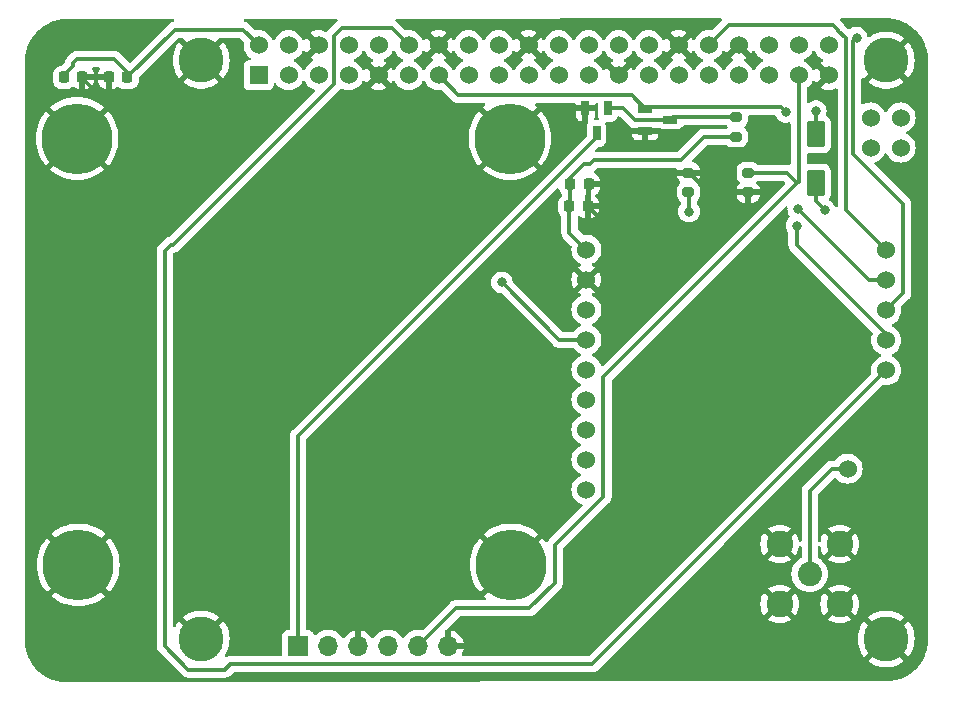
<source format=gbr>
%TF.GenerationSoftware,KiCad,Pcbnew,7.0.2-0*%
%TF.CreationDate,2024-03-08T21:59:11-08:00*%
%TF.ProjectId,New Groundstation,4e657720-4772-46f7-956e-647374617469,rev?*%
%TF.SameCoordinates,Original*%
%TF.FileFunction,Copper,L1,Top*%
%TF.FilePolarity,Positive*%
%FSLAX46Y46*%
G04 Gerber Fmt 4.6, Leading zero omitted, Abs format (unit mm)*
G04 Created by KiCad (PCBNEW 7.0.2-0) date 2024-03-08 21:59:11*
%MOMM*%
%LPD*%
G01*
G04 APERTURE LIST*
G04 Aperture macros list*
%AMRoundRect*
0 Rectangle with rounded corners*
0 $1 Rounding radius*
0 $2 $3 $4 $5 $6 $7 $8 $9 X,Y pos of 4 corners*
0 Add a 4 corners polygon primitive as box body*
4,1,4,$2,$3,$4,$5,$6,$7,$8,$9,$2,$3,0*
0 Add four circle primitives for the rounded corners*
1,1,$1+$1,$2,$3*
1,1,$1+$1,$4,$5*
1,1,$1+$1,$6,$7*
1,1,$1+$1,$8,$9*
0 Add four rect primitives between the rounded corners*
20,1,$1+$1,$2,$3,$4,$5,0*
20,1,$1+$1,$4,$5,$6,$7,0*
20,1,$1+$1,$6,$7,$8,$9,0*
20,1,$1+$1,$8,$9,$2,$3,0*%
G04 Aperture macros list end*
%TA.AperFunction,SMDPad,CuDef*%
%ADD10RoundRect,0.225000X-0.225000X-0.250000X0.225000X-0.250000X0.225000X0.250000X-0.225000X0.250000X0*%
%TD*%
%TA.AperFunction,SMDPad,CuDef*%
%ADD11RoundRect,0.042000X-0.258000X0.573000X-0.258000X-0.573000X0.258000X-0.573000X0.258000X0.573000X0*%
%TD*%
%TA.AperFunction,SMDPad,CuDef*%
%ADD12RoundRect,0.200000X0.275000X-0.200000X0.275000X0.200000X-0.275000X0.200000X-0.275000X-0.200000X0*%
%TD*%
%TA.AperFunction,ComponentPad*%
%ADD13C,3.812400*%
%TD*%
%TA.AperFunction,ComponentPad*%
%ADD14C,1.524000*%
%TD*%
%TA.AperFunction,ComponentPad*%
%ADD15R,1.524000X1.524000*%
%TD*%
%TA.AperFunction,SMDPad,CuDef*%
%ADD16RoundRect,0.200000X-0.275000X0.200000X-0.275000X-0.200000X0.275000X-0.200000X0.275000X0.200000X0*%
%TD*%
%TA.AperFunction,ComponentPad*%
%ADD17C,6.000000*%
%TD*%
%TA.AperFunction,ComponentPad*%
%ADD18C,2.050000*%
%TD*%
%TA.AperFunction,ComponentPad*%
%ADD19C,2.250000*%
%TD*%
%TA.AperFunction,SMDPad,CuDef*%
%ADD20RoundRect,0.225000X0.225000X0.250000X-0.225000X0.250000X-0.225000X-0.250000X0.225000X-0.250000X0*%
%TD*%
%TA.AperFunction,SMDPad,CuDef*%
%ADD21RoundRect,0.042000X-0.573000X-0.258000X0.573000X-0.258000X0.573000X0.258000X-0.573000X0.258000X0*%
%TD*%
%TA.AperFunction,ComponentPad*%
%ADD22O,1.700000X1.700000*%
%TD*%
%TA.AperFunction,ComponentPad*%
%ADD23R,1.700000X1.700000*%
%TD*%
%TA.AperFunction,SMDPad,CuDef*%
%ADD24RoundRect,0.168300X0.596700X-0.936700X0.596700X0.936700X-0.596700X0.936700X-0.596700X-0.936700X0*%
%TD*%
%TA.AperFunction,ViaPad*%
%ADD25C,0.800000*%
%TD*%
%TA.AperFunction,Conductor*%
%ADD26C,0.349250*%
%TD*%
G04 APERTURE END LIST*
D10*
X142543937Y-84582000D03*
X144093937Y-84582000D03*
D11*
X145792937Y-76283000D03*
X143892937Y-76283000D03*
X144842937Y-78403000D03*
D12*
X157669937Y-83375000D03*
X157669937Y-81725000D03*
D13*
X111353937Y-121199886D03*
X169353937Y-121199886D03*
X169353937Y-72199886D03*
X111353937Y-72199886D03*
D14*
X168043937Y-77052886D03*
X168043937Y-79592886D03*
X170583937Y-77052886D03*
X170583937Y-79592886D03*
X164483937Y-70929886D03*
X164483937Y-73469886D03*
X161943937Y-70929886D03*
X161943937Y-73469886D03*
X159403937Y-70929886D03*
X159403937Y-73469886D03*
X156863937Y-70929886D03*
X156863937Y-73469886D03*
X154323937Y-70929886D03*
X154323937Y-73469886D03*
X151783937Y-70929886D03*
X151783937Y-73469886D03*
X149243937Y-70929886D03*
X149243937Y-73469886D03*
X146703937Y-70929886D03*
X146703937Y-73469886D03*
X144163937Y-70929886D03*
X144163937Y-73469886D03*
X141623937Y-70929886D03*
X141623937Y-73469886D03*
X139083937Y-70929886D03*
X139083937Y-73469886D03*
X136543937Y-70929886D03*
X136543937Y-73469886D03*
X134003937Y-70929886D03*
X134003937Y-73469886D03*
X131463937Y-70929886D03*
X131463937Y-73469886D03*
X128923937Y-70929886D03*
X128923937Y-73469886D03*
X126383937Y-70929886D03*
X126383937Y-73469886D03*
X123843937Y-70929886D03*
X123843937Y-73469886D03*
X121303937Y-70929886D03*
X121303937Y-73469886D03*
X118763937Y-70929886D03*
X118763937Y-73469886D03*
X116223937Y-70929886D03*
D15*
X116223937Y-73469886D03*
D16*
X152619937Y-81725000D03*
X152619937Y-83375000D03*
D17*
X100853937Y-78835000D03*
X100953937Y-114935000D03*
X137503937Y-78835000D03*
X137603937Y-114935000D03*
D14*
X143974575Y-88237234D03*
X143974575Y-90777234D03*
X143974575Y-93317234D03*
X143974575Y-95857234D03*
X143974575Y-98397234D03*
X143974575Y-100937234D03*
X143974575Y-103477234D03*
X143974575Y-106017234D03*
X143974575Y-108557234D03*
X169361899Y-88289567D03*
X169361899Y-90829567D03*
X169361899Y-93369567D03*
X169361899Y-95909567D03*
X169361899Y-98449567D03*
X166085299Y-106780767D03*
D10*
X99757937Y-73660000D03*
X101307937Y-73660000D03*
D18*
X162876937Y-115697000D03*
D19*
X160336937Y-113157000D03*
X160336937Y-118237000D03*
X165416937Y-113157000D03*
X165416937Y-118237000D03*
D20*
X105117937Y-73660000D03*
X103567937Y-73660000D03*
D10*
X142607737Y-82702400D03*
X144157737Y-82702400D03*
D21*
X148955937Y-76291114D03*
X148955937Y-78191114D03*
X151075937Y-77241114D03*
D16*
X156653937Y-77026000D03*
X156653937Y-78676000D03*
D22*
X132269937Y-121793000D03*
X129729937Y-121793000D03*
X127189937Y-121793000D03*
X124649937Y-121793000D03*
X122109937Y-121793000D03*
D23*
X119569937Y-121793000D03*
D24*
X163384937Y-78468000D03*
X163384937Y-82568000D03*
D25*
X148932337Y-79552800D03*
X142658537Y-76250800D03*
X102450337Y-74879200D03*
X154158947Y-83190790D03*
X164146937Y-84886800D03*
X160861812Y-76581000D03*
X163410337Y-76504800D03*
X136816537Y-91008200D03*
X152666137Y-85013800D03*
X161911737Y-84810600D03*
X161767621Y-86196840D03*
X166864737Y-70281800D03*
D26*
X169361899Y-93369567D02*
X170806524Y-91924942D01*
X170806524Y-84398482D02*
X166578937Y-80170895D01*
X170806524Y-91924942D02*
X170806524Y-84398482D01*
X166578937Y-70567600D02*
X166864737Y-70281800D01*
X166578937Y-80170895D02*
X166578937Y-70567600D01*
X144157737Y-82702400D02*
X144157737Y-84518200D01*
X145419200Y-89332609D02*
X143974575Y-90777234D01*
X152619937Y-81725000D02*
X152693157Y-81725000D01*
X142690737Y-76283000D02*
X142658537Y-76250800D01*
X157669937Y-83375000D02*
X154343157Y-83375000D01*
X154343157Y-83375000D02*
X154158947Y-83190790D01*
X143892937Y-76283000D02*
X142690737Y-76283000D01*
X148955937Y-78191114D02*
X148955937Y-79529200D01*
X101307937Y-73736800D02*
X102450337Y-74879200D01*
X152693157Y-81725000D02*
X154158947Y-83190790D01*
X144093937Y-84582000D02*
X145419200Y-85907263D01*
X101307937Y-73660000D02*
X101307937Y-73736800D01*
X145419200Y-85907263D02*
X145419200Y-89332609D01*
X148955937Y-79529200D02*
X148932337Y-79552800D01*
X144157737Y-84518200D02*
X144093937Y-84582000D01*
X103567937Y-73660000D02*
X101307937Y-73660000D01*
X163384937Y-82568000D02*
X163384937Y-84124800D01*
X163384937Y-84124800D02*
X164146937Y-84886800D01*
X163410337Y-78442600D02*
X163384937Y-78468000D01*
X149103676Y-76143375D02*
X160424187Y-76143375D01*
X133146426Y-75152375D02*
X131463937Y-73469886D01*
X148955937Y-76291114D02*
X149103676Y-76143375D01*
X148955937Y-76291114D02*
X147817198Y-75152375D01*
X163410337Y-76504800D02*
X163410337Y-78442600D01*
X160424187Y-76143375D02*
X160861812Y-76581000D01*
X147817198Y-75152375D02*
X133146426Y-75152375D01*
X143974575Y-95857234D02*
X141665571Y-95857234D01*
X141665571Y-95857234D02*
X136816537Y-91008200D01*
X122573937Y-74242895D02*
X109003537Y-87813295D01*
X127479312Y-69485261D02*
X123245553Y-69485261D01*
X108794842Y-87813295D02*
X108292337Y-88315800D01*
X128923937Y-70929886D02*
X127479312Y-69485261D01*
X109003537Y-87813295D02*
X108794842Y-87813295D01*
X122573937Y-70156877D02*
X122573937Y-74242895D01*
X110281610Y-123788711D02*
X113349676Y-123788711D01*
X108292337Y-88315800D02*
X108292337Y-121799438D01*
X113812762Y-123325625D02*
X144485841Y-123325625D01*
X144485841Y-123325625D02*
X169361899Y-98449567D01*
X108292337Y-121799438D02*
X110281610Y-123788711D01*
X113349676Y-123788711D02*
X113812762Y-123325625D01*
X123245553Y-69485261D02*
X122573937Y-70156877D01*
X152666137Y-83421200D02*
X152619937Y-83375000D01*
X152666137Y-85013800D02*
X152666137Y-83421200D01*
X156013423Y-69240400D02*
X154323937Y-70929886D01*
X164858137Y-69240400D02*
X156013423Y-69240400D01*
X165294660Y-69676923D02*
X164858137Y-69240400D01*
X169361899Y-88289567D02*
X165928562Y-84856230D01*
X165294660Y-69697600D02*
X165294660Y-69676923D01*
X165928562Y-84856230D02*
X165928562Y-70331502D01*
X165928562Y-70331502D02*
X165294660Y-69697600D01*
X167930704Y-90829567D02*
X161911737Y-84810600D01*
X169361899Y-90829567D02*
X167930704Y-90829567D01*
X161767621Y-87818298D02*
X161767621Y-86196840D01*
X169361899Y-95412576D02*
X161767621Y-87818298D01*
X169361899Y-95909567D02*
X169361899Y-95412576D01*
X132905312Y-118617625D02*
X139129331Y-118617625D01*
X160985137Y-81725000D02*
X161848237Y-82588100D01*
X145419200Y-109155618D02*
X145419200Y-99017137D01*
X157669937Y-81725000D02*
X160985137Y-81725000D01*
X141286562Y-116460394D02*
X141286562Y-113288256D01*
X141286562Y-113288256D02*
X145419200Y-109155618D01*
X161943937Y-82492400D02*
X161943937Y-73469886D01*
X129729937Y-121793000D02*
X132905312Y-118617625D01*
X139129331Y-118617625D02*
X141286562Y-116460394D01*
X145419200Y-99017137D02*
X161848237Y-82588100D01*
X161848237Y-82588100D02*
X161943937Y-82492400D01*
X119569937Y-103981624D02*
X144842937Y-78708624D01*
X144842937Y-78708624D02*
X144842937Y-78403000D01*
X119569937Y-121793000D02*
X119569937Y-103981624D01*
X144239913Y-81026000D02*
X144623538Y-80642375D01*
X142543937Y-84582000D02*
X142543937Y-86806596D01*
X144239913Y-81026000D02*
X143737895Y-81026000D01*
X103999737Y-72085200D02*
X105117937Y-73203400D01*
X142607737Y-82156158D02*
X142607737Y-82702400D01*
X142607737Y-82702400D02*
X142607737Y-84518200D01*
X114905112Y-69611061D02*
X116223937Y-70929886D01*
X142543937Y-86806596D02*
X143974575Y-88237234D01*
X109166876Y-69611061D02*
X114905112Y-69611061D01*
X143737895Y-81026000D02*
X142607737Y-82156158D01*
X100481986Y-72727375D02*
X100481986Y-72478751D01*
X99757937Y-73660000D02*
X99757937Y-73451424D01*
X142607737Y-84518200D02*
X142543937Y-84582000D01*
X144623538Y-80642375D02*
X151979342Y-80642375D01*
X151979342Y-80642375D02*
X153945717Y-78676000D01*
X100481986Y-72478751D02*
X100875537Y-72085200D01*
X156653937Y-78676000D02*
X153945717Y-78676000D01*
X105117937Y-73203400D02*
X105117937Y-73660000D01*
X99757937Y-73451424D02*
X100481986Y-72727375D01*
X105117937Y-73660000D02*
X109166876Y-69611061D01*
X100875537Y-72085200D02*
X103999737Y-72085200D01*
X164757370Y-106780767D02*
X162876937Y-108661200D01*
X162876937Y-108661200D02*
X162876937Y-115697000D01*
X166085299Y-106780767D02*
X164757370Y-106780767D01*
X147092048Y-76283000D02*
X148050162Y-77241114D01*
X151291051Y-77026000D02*
X151075937Y-77241114D01*
X145792937Y-76283000D02*
X147092048Y-76283000D01*
X156653937Y-77026000D02*
X151291051Y-77026000D01*
X148050162Y-77241114D02*
X151075937Y-77241114D01*
%TA.AperFunction,Conductor*%
G36*
X169356995Y-68644536D02*
G01*
X169509301Y-68652020D01*
X169703043Y-68662163D01*
X169714717Y-68663332D01*
X169885431Y-68688656D01*
X170059870Y-68716286D01*
X170070567Y-68718469D01*
X170241008Y-68761163D01*
X170409371Y-68806278D01*
X170418980Y-68809280D01*
X170584589Y-68868538D01*
X170587017Y-68869437D01*
X170747882Y-68931189D01*
X170756400Y-68934833D01*
X170915853Y-69010249D01*
X170919090Y-69011839D01*
X170968224Y-69036875D01*
X171071954Y-69089729D01*
X171079406Y-69093854D01*
X171230937Y-69184679D01*
X171234688Y-69187020D01*
X171378319Y-69280296D01*
X171384628Y-69284677D01*
X171437498Y-69323889D01*
X171526672Y-69390026D01*
X171530840Y-69393257D01*
X171663780Y-69500910D01*
X171668997Y-69505380D01*
X171800115Y-69624219D01*
X171804478Y-69628374D01*
X171836710Y-69660606D01*
X171925430Y-69749327D01*
X171929626Y-69753735D01*
X172048409Y-69884792D01*
X172052897Y-69890029D01*
X172160561Y-70022983D01*
X172163793Y-70027153D01*
X172269126Y-70169179D01*
X172273523Y-70175510D01*
X172366772Y-70319101D01*
X172369135Y-70322887D01*
X172459954Y-70474410D01*
X172464081Y-70481864D01*
X172541962Y-70634714D01*
X172543570Y-70637989D01*
X172613593Y-70786040D01*
X172618965Y-70797397D01*
X172622634Y-70805977D01*
X172684308Y-70966646D01*
X172685296Y-70969309D01*
X172744518Y-71134824D01*
X172747540Y-71144503D01*
X172792637Y-71312800D01*
X172835334Y-71483254D01*
X172837520Y-71493973D01*
X172865135Y-71668316D01*
X172890470Y-71839107D01*
X172891641Y-71850807D01*
X172901577Y-72040392D01*
X172905574Y-72121734D01*
X172909288Y-72197331D01*
X172909437Y-72203396D01*
X172909437Y-121218835D01*
X172909288Y-121224919D01*
X172902251Y-121368169D01*
X172891555Y-121571729D01*
X172890384Y-121583416D01*
X172866277Y-121745942D01*
X172837345Y-121928619D01*
X172835156Y-121939347D01*
X172793776Y-122104551D01*
X172747261Y-122278147D01*
X172744241Y-122287816D01*
X172686417Y-122449426D01*
X172685429Y-122452089D01*
X172622239Y-122616706D01*
X172618570Y-122625284D01*
X172544681Y-122781514D01*
X172543071Y-122784793D01*
X172463554Y-122940856D01*
X172459428Y-122948310D01*
X172370235Y-123097121D01*
X172367872Y-123100907D01*
X172272832Y-123247259D01*
X172268434Y-123253591D01*
X172164867Y-123393236D01*
X172161636Y-123397405D01*
X172052033Y-123532756D01*
X172047544Y-123537994D01*
X171930659Y-123666958D01*
X171926463Y-123671366D01*
X171803403Y-123794428D01*
X171798995Y-123798624D01*
X171670025Y-123915517D01*
X171664788Y-123920005D01*
X171529476Y-124029581D01*
X171525306Y-124032813D01*
X171385614Y-124136417D01*
X171379283Y-124140815D01*
X171232969Y-124235834D01*
X171229183Y-124238197D01*
X171080348Y-124327407D01*
X171072894Y-124331533D01*
X170916834Y-124411051D01*
X170913556Y-124412661D01*
X170757346Y-124486545D01*
X170748766Y-124490215D01*
X170584094Y-124553428D01*
X170581431Y-124554415D01*
X170419870Y-124612224D01*
X170410190Y-124615248D01*
X170236615Y-124661759D01*
X170089897Y-124698512D01*
X170071402Y-124703145D01*
X170060684Y-124705332D01*
X169877941Y-124734277D01*
X169715501Y-124758374D01*
X169703801Y-124759546D01*
X169490759Y-124770713D01*
X169357960Y-124777238D01*
X169352034Y-124777387D01*
X99989519Y-124866023D01*
X99983273Y-124865873D01*
X99825524Y-124858119D01*
X99637723Y-124848304D01*
X99625998Y-124847131D01*
X99450923Y-124821157D01*
X99437119Y-124818970D01*
X99280924Y-124794227D01*
X99270198Y-124792038D01*
X99097017Y-124748655D01*
X98935344Y-124705332D01*
X98931491Y-124704299D01*
X98921826Y-124701281D01*
X98754199Y-124641299D01*
X98751536Y-124640311D01*
X98592994Y-124579449D01*
X98584416Y-124575780D01*
X98423319Y-124499584D01*
X98420040Y-124497974D01*
X98268905Y-124420963D01*
X98261452Y-124416837D01*
X98108493Y-124325155D01*
X98104706Y-124322791D01*
X97962573Y-124230486D01*
X97956242Y-124226089D01*
X97812944Y-124119810D01*
X97808775Y-124116578D01*
X97677123Y-124009965D01*
X97671886Y-124005477D01*
X97539679Y-123885650D01*
X97535271Y-123881453D01*
X97527789Y-123873971D01*
X97415502Y-123761681D01*
X97411306Y-123757274D01*
X97291473Y-123625057D01*
X97287008Y-123619847D01*
X97180350Y-123488134D01*
X97177151Y-123484006D01*
X97172318Y-123477490D01*
X97070879Y-123340713D01*
X97066486Y-123334389D01*
X96974161Y-123192219D01*
X96971798Y-123188432D01*
X96919338Y-123100907D01*
X96880126Y-123035485D01*
X96876005Y-123028040D01*
X96831583Y-122940856D01*
X96798972Y-122876854D01*
X96797400Y-122873651D01*
X96721198Y-122712534D01*
X96717529Y-122703956D01*
X96656642Y-122545341D01*
X96655655Y-122542678D01*
X96653025Y-122535329D01*
X96595709Y-122375141D01*
X96592685Y-122365460D01*
X96563487Y-122256492D01*
X96548330Y-122199929D01*
X96504936Y-122026691D01*
X96502759Y-122016016D01*
X96475835Y-121846025D01*
X96467969Y-121793000D01*
X96449853Y-121670878D01*
X96448685Y-121659217D01*
X96439412Y-121482320D01*
X96431057Y-121312262D01*
X96430909Y-121306210D01*
X96430909Y-121285824D01*
X96427643Y-121280177D01*
X96424127Y-121250857D01*
X96424127Y-114938243D01*
X97449304Y-114938243D01*
X97468164Y-115298113D01*
X97468841Y-115304557D01*
X97525212Y-115660472D01*
X97526563Y-115666831D01*
X97619833Y-116014919D01*
X97621830Y-116021065D01*
X97750976Y-116357500D01*
X97753613Y-116363424D01*
X97917214Y-116684508D01*
X97920460Y-116690129D01*
X98116720Y-116992343D01*
X98120537Y-116997597D01*
X98307234Y-117228147D01*
X99015355Y-116520025D01*
X99023845Y-116531711D01*
X99239186Y-116761025D01*
X99371776Y-116870713D01*
X98660788Y-117581701D01*
X98891339Y-117768399D01*
X98896593Y-117772216D01*
X99198807Y-117968476D01*
X99204428Y-117971722D01*
X99525512Y-118135323D01*
X99531436Y-118137960D01*
X99867871Y-118267106D01*
X99874017Y-118269103D01*
X100222105Y-118362373D01*
X100228464Y-118363724D01*
X100584379Y-118420095D01*
X100590823Y-118420772D01*
X100950693Y-118439633D01*
X100957181Y-118439633D01*
X101317050Y-118420772D01*
X101323494Y-118420095D01*
X101679409Y-118363724D01*
X101685768Y-118362373D01*
X102033856Y-118269103D01*
X102040002Y-118267106D01*
X102376437Y-118137960D01*
X102382361Y-118135323D01*
X102703445Y-117971722D01*
X102709066Y-117968476D01*
X103011280Y-117772216D01*
X103016534Y-117768399D01*
X103247085Y-117581702D01*
X103247085Y-117581701D01*
X102536097Y-116870713D01*
X102668688Y-116761025D01*
X102884029Y-116531711D01*
X102892517Y-116520026D01*
X103600639Y-117228148D01*
X103787336Y-116997597D01*
X103791153Y-116992343D01*
X103987413Y-116690129D01*
X103990659Y-116684508D01*
X104154260Y-116363424D01*
X104156897Y-116357500D01*
X104286043Y-116021065D01*
X104288040Y-116014919D01*
X104381310Y-115666831D01*
X104382661Y-115660472D01*
X104439032Y-115304557D01*
X104439709Y-115298113D01*
X104458570Y-114938243D01*
X104458570Y-114931756D01*
X104439709Y-114571886D01*
X104439032Y-114565442D01*
X104382661Y-114209527D01*
X104381310Y-114203168D01*
X104288040Y-113855080D01*
X104286043Y-113848934D01*
X104156897Y-113512499D01*
X104154260Y-113506575D01*
X103990659Y-113185492D01*
X103987413Y-113179871D01*
X103791153Y-112877656D01*
X103787336Y-112872402D01*
X103600638Y-112641851D01*
X102892517Y-113349971D01*
X102884029Y-113338289D01*
X102668688Y-113108975D01*
X102536096Y-112999285D01*
X103247084Y-112288297D01*
X103016534Y-112101600D01*
X103011280Y-112097783D01*
X102709066Y-111901523D01*
X102703445Y-111898277D01*
X102382361Y-111734676D01*
X102376437Y-111732039D01*
X102040002Y-111602893D01*
X102033856Y-111600896D01*
X101685768Y-111507626D01*
X101679409Y-111506275D01*
X101323494Y-111449904D01*
X101317050Y-111449227D01*
X100957181Y-111430367D01*
X100950693Y-111430367D01*
X100590823Y-111449227D01*
X100584379Y-111449904D01*
X100228464Y-111506275D01*
X100222105Y-111507626D01*
X99874017Y-111600896D01*
X99867871Y-111602893D01*
X99531436Y-111732039D01*
X99525512Y-111734676D01*
X99204429Y-111898277D01*
X99198808Y-111901523D01*
X98896593Y-112097783D01*
X98891339Y-112101600D01*
X98660787Y-112288297D01*
X99371776Y-112999286D01*
X99239186Y-113108975D01*
X99023845Y-113338289D01*
X99015356Y-113349972D01*
X98307234Y-112641851D01*
X98120537Y-112872402D01*
X98116720Y-112877656D01*
X97920460Y-113179871D01*
X97917214Y-113185492D01*
X97753613Y-113506575D01*
X97750976Y-113512499D01*
X97621830Y-113848934D01*
X97619833Y-113855080D01*
X97526563Y-114203168D01*
X97525212Y-114209527D01*
X97468841Y-114565442D01*
X97468164Y-114571886D01*
X97449304Y-114931756D01*
X97449304Y-114938243D01*
X96424127Y-114938243D01*
X96424127Y-78838243D01*
X97349304Y-78838243D01*
X97368164Y-79198113D01*
X97368841Y-79204557D01*
X97425212Y-79560472D01*
X97426563Y-79566831D01*
X97519833Y-79914919D01*
X97521830Y-79921065D01*
X97650976Y-80257500D01*
X97653613Y-80263424D01*
X97817214Y-80584508D01*
X97820460Y-80590129D01*
X98016720Y-80892343D01*
X98020537Y-80897597D01*
X98207234Y-81128147D01*
X98915355Y-80420026D01*
X98923845Y-80431711D01*
X99139186Y-80661025D01*
X99271776Y-80770713D01*
X98560788Y-81481701D01*
X98791339Y-81668399D01*
X98796593Y-81672216D01*
X99098807Y-81868476D01*
X99104428Y-81871722D01*
X99425512Y-82035323D01*
X99431436Y-82037960D01*
X99767871Y-82167106D01*
X99774017Y-82169103D01*
X100122105Y-82262373D01*
X100128464Y-82263724D01*
X100484379Y-82320095D01*
X100490823Y-82320772D01*
X100850693Y-82339633D01*
X100857181Y-82339633D01*
X101217050Y-82320772D01*
X101223494Y-82320095D01*
X101579409Y-82263724D01*
X101585768Y-82262373D01*
X101933856Y-82169103D01*
X101940002Y-82167106D01*
X102276437Y-82037960D01*
X102282361Y-82035323D01*
X102603445Y-81871722D01*
X102609066Y-81868476D01*
X102911280Y-81672216D01*
X102916534Y-81668399D01*
X103147085Y-81481702D01*
X103147085Y-81481701D01*
X102436097Y-80770713D01*
X102568688Y-80661025D01*
X102784029Y-80431711D01*
X102792517Y-80420027D01*
X103500638Y-81128148D01*
X103500639Y-81128148D01*
X103687336Y-80897597D01*
X103691153Y-80892343D01*
X103887413Y-80590129D01*
X103890659Y-80584508D01*
X104054260Y-80263424D01*
X104056897Y-80257500D01*
X104186043Y-79921065D01*
X104188040Y-79914919D01*
X104281310Y-79566831D01*
X104282661Y-79560472D01*
X104339032Y-79204557D01*
X104339709Y-79198113D01*
X104358570Y-78838243D01*
X104358570Y-78831756D01*
X104339709Y-78471886D01*
X104339032Y-78465442D01*
X104282661Y-78109527D01*
X104281310Y-78103168D01*
X104188040Y-77755080D01*
X104186043Y-77748934D01*
X104056897Y-77412499D01*
X104054260Y-77406575D01*
X103890659Y-77085492D01*
X103887413Y-77079871D01*
X103691153Y-76777656D01*
X103687336Y-76772402D01*
X103500638Y-76541851D01*
X102792517Y-77249971D01*
X102784029Y-77238289D01*
X102568688Y-77008975D01*
X102436096Y-76899285D01*
X103147085Y-76188297D01*
X102916534Y-76001600D01*
X102911280Y-75997783D01*
X102609066Y-75801523D01*
X102603445Y-75798277D01*
X102282361Y-75634676D01*
X102276437Y-75632039D01*
X101940002Y-75502893D01*
X101933856Y-75500896D01*
X101585768Y-75407626D01*
X101579409Y-75406275D01*
X101223494Y-75349904D01*
X101217050Y-75349227D01*
X100857181Y-75330367D01*
X100850693Y-75330367D01*
X100490823Y-75349227D01*
X100484379Y-75349904D01*
X100128464Y-75406275D01*
X100122105Y-75407626D01*
X99774017Y-75500896D01*
X99767871Y-75502893D01*
X99431436Y-75632039D01*
X99425512Y-75634676D01*
X99104429Y-75798277D01*
X99098808Y-75801523D01*
X98796593Y-75997783D01*
X98791339Y-76001600D01*
X98560788Y-76188297D01*
X99271777Y-76899286D01*
X99139186Y-77008975D01*
X98923845Y-77238289D01*
X98915356Y-77249972D01*
X98207234Y-76541851D01*
X98020537Y-76772402D01*
X98016720Y-76777656D01*
X97820460Y-77079871D01*
X97817214Y-77085492D01*
X97653613Y-77406575D01*
X97650976Y-77412499D01*
X97521830Y-77748934D01*
X97519833Y-77755080D01*
X97426563Y-78103168D01*
X97425212Y-78109527D01*
X97368841Y-78465442D01*
X97368164Y-78471886D01*
X97349304Y-78831756D01*
X97349304Y-78838243D01*
X96424127Y-78838243D01*
X96424127Y-72297050D01*
X96424270Y-72291103D01*
X96431691Y-72136540D01*
X96432397Y-72122752D01*
X96441255Y-71949688D01*
X96442368Y-71938313D01*
X96466936Y-71768786D01*
X96469895Y-71749670D01*
X96493435Y-71597531D01*
X96495516Y-71587087D01*
X96536870Y-71418002D01*
X96580226Y-71252262D01*
X96583091Y-71242866D01*
X96640443Y-71078546D01*
X96641340Y-71076066D01*
X96700753Y-70917355D01*
X96704237Y-70908997D01*
X96777263Y-70750502D01*
X96778746Y-70747403D01*
X96853856Y-70596007D01*
X96857748Y-70588781D01*
X96945786Y-70437728D01*
X96947947Y-70434166D01*
X97037982Y-70291471D01*
X97042167Y-70285264D01*
X97144313Y-70143281D01*
X97147325Y-70139272D01*
X97251391Y-70006619D01*
X97255628Y-70001511D01*
X97370983Y-69869877D01*
X97374890Y-69865630D01*
X97491945Y-69744321D01*
X97496096Y-69740221D01*
X97623505Y-69620268D01*
X97628459Y-69615852D01*
X97757305Y-69507128D01*
X97761205Y-69503974D01*
X97899479Y-69396809D01*
X97905523Y-69392412D01*
X98044886Y-69297364D01*
X98048414Y-69295048D01*
X98196198Y-69201698D01*
X98203286Y-69197546D01*
X98351951Y-69117058D01*
X98354965Y-69115483D01*
X98510722Y-69036865D01*
X98518968Y-69033076D01*
X98675543Y-68968005D01*
X98677891Y-68967060D01*
X98840064Y-68903881D01*
X98849375Y-68900676D01*
X99013497Y-68851424D01*
X99180966Y-68804073D01*
X99191296Y-68801629D01*
X99361569Y-68769024D01*
X99530070Y-68738431D01*
X99541381Y-68736915D01*
X99725463Y-68720885D01*
X99879995Y-68707927D01*
X99890235Y-68707494D01*
X108967938Y-68699246D01*
X109034993Y-68718870D01*
X109080796Y-68771632D01*
X109090802Y-68840782D01*
X109061835Y-68904364D01*
X109012017Y-68939189D01*
X108993208Y-68946322D01*
X108971596Y-68952347D01*
X108962149Y-68954078D01*
X108908742Y-68978113D01*
X108901829Y-68980977D01*
X108847079Y-69001742D01*
X108839172Y-69007200D01*
X108819636Y-69018218D01*
X108810873Y-69022162D01*
X108764777Y-69058274D01*
X108758750Y-69062709D01*
X108710553Y-69095978D01*
X108671716Y-69139815D01*
X108666583Y-69145267D01*
X105433917Y-72377934D01*
X105372594Y-72411419D01*
X105302902Y-72406435D01*
X105258557Y-72377935D01*
X104500036Y-71619415D01*
X104494903Y-71613962D01*
X104456062Y-71570120D01*
X104456061Y-71570119D01*
X104456060Y-71570118D01*
X104407854Y-71536844D01*
X104401829Y-71532410D01*
X104355739Y-71496300D01*
X104346979Y-71492358D01*
X104327435Y-71481335D01*
X104319531Y-71475879D01*
X104264781Y-71455115D01*
X104257862Y-71452249D01*
X104204464Y-71428216D01*
X104195008Y-71426483D01*
X104173400Y-71420459D01*
X104164421Y-71417054D01*
X104106285Y-71409994D01*
X104098884Y-71408867D01*
X104041287Y-71398312D01*
X103982833Y-71401849D01*
X103975346Y-71402075D01*
X100899928Y-71402075D01*
X100892441Y-71401849D01*
X100881481Y-71401186D01*
X100833988Y-71398313D01*
X100833987Y-71398313D01*
X100833986Y-71398313D01*
X100776387Y-71408868D01*
X100768985Y-71409995D01*
X100710853Y-71417054D01*
X100701864Y-71420463D01*
X100680257Y-71426486D01*
X100670810Y-71428217D01*
X100617403Y-71452252D01*
X100610490Y-71455116D01*
X100555740Y-71475881D01*
X100547833Y-71481339D01*
X100528297Y-71492357D01*
X100519536Y-71496300D01*
X100473447Y-71532408D01*
X100467417Y-71536845D01*
X100419213Y-71570118D01*
X100380369Y-71613963D01*
X100375236Y-71619415D01*
X100016201Y-71978450D01*
X100010749Y-71983583D01*
X99966904Y-72022427D01*
X99933631Y-72070631D01*
X99929194Y-72076661D01*
X99893084Y-72122752D01*
X99889141Y-72131513D01*
X99878125Y-72151044D01*
X99872668Y-72158950D01*
X99851903Y-72213703D01*
X99849037Y-72220621D01*
X99825000Y-72274028D01*
X99823268Y-72283480D01*
X99817246Y-72305083D01*
X99813839Y-72314067D01*
X99806779Y-72372202D01*
X99805654Y-72379600D01*
X99799602Y-72412630D01*
X99768157Y-72475024D01*
X99765339Y-72477936D01*
X99603094Y-72640182D01*
X99541773Y-72673666D01*
X99515415Y-72676500D01*
X99484065Y-72676500D01*
X99480951Y-72676818D01*
X99480934Y-72676819D01*
X99383600Y-72686763D01*
X99220837Y-72740697D01*
X99074894Y-72830716D01*
X98953653Y-72951957D01*
X98863634Y-73097900D01*
X98809700Y-73260663D01*
X98799756Y-73357997D01*
X98799755Y-73358014D01*
X98799437Y-73361128D01*
X98799437Y-73958872D01*
X98799755Y-73961986D01*
X98799756Y-73962002D01*
X98809700Y-74059336D01*
X98862437Y-74218486D01*
X98863635Y-74222101D01*
X98895725Y-74274126D01*
X98953653Y-74368042D01*
X99074894Y-74489283D01*
X99074896Y-74489284D01*
X99074897Y-74489285D01*
X99220836Y-74579302D01*
X99292371Y-74603006D01*
X99383600Y-74633236D01*
X99397715Y-74634678D01*
X99484065Y-74643500D01*
X99487212Y-74643500D01*
X100028662Y-74643500D01*
X100031809Y-74643500D01*
X100132273Y-74633236D01*
X100295038Y-74579302D01*
X100440977Y-74489285D01*
X100451264Y-74478997D01*
X100512582Y-74445512D01*
X100582274Y-74450493D01*
X100626627Y-74478996D01*
X100630204Y-74482573D01*
X100774450Y-74571546D01*
X100935330Y-74624856D01*
X101031473Y-74634678D01*
X101037788Y-74634999D01*
X101057937Y-74634999D01*
X101057937Y-73910000D01*
X101557937Y-73910000D01*
X101557937Y-74634999D01*
X101578102Y-74634999D01*
X101584384Y-74634678D01*
X101680542Y-74624856D01*
X101841423Y-74571546D01*
X101985669Y-74482573D01*
X102105510Y-74362732D01*
X102194483Y-74218486D01*
X102247793Y-74057606D01*
X102257617Y-73961445D01*
X102257937Y-73955167D01*
X102257937Y-73910000D01*
X102617938Y-73910000D01*
X102617938Y-73955165D01*
X102618258Y-73961447D01*
X102628080Y-74057605D01*
X102681390Y-74218486D01*
X102770363Y-74362732D01*
X102890204Y-74482573D01*
X103034450Y-74571546D01*
X103195330Y-74624856D01*
X103291473Y-74634678D01*
X103297788Y-74634999D01*
X103317937Y-74634999D01*
X103317937Y-73910000D01*
X102617938Y-73910000D01*
X102257937Y-73910000D01*
X101557937Y-73910000D01*
X101057937Y-73910000D01*
X101057937Y-73534000D01*
X101077622Y-73466961D01*
X101130426Y-73421206D01*
X101181937Y-73410000D01*
X102257936Y-73410000D01*
X102257936Y-73364834D01*
X102257615Y-73358552D01*
X102247793Y-73262394D01*
X102194483Y-73101513D01*
X102105606Y-72957422D01*
X102087165Y-72890030D01*
X102108087Y-72823366D01*
X102161729Y-72778597D01*
X102211144Y-72768325D01*
X102664730Y-72768325D01*
X102731769Y-72788010D01*
X102777524Y-72840814D01*
X102787468Y-72909972D01*
X102770268Y-72957422D01*
X102681390Y-73101513D01*
X102628080Y-73262393D01*
X102618256Y-73358554D01*
X102617937Y-73364832D01*
X102617937Y-73410000D01*
X103693937Y-73410000D01*
X103760976Y-73429685D01*
X103806731Y-73482489D01*
X103817937Y-73534000D01*
X103817937Y-74634999D01*
X103838102Y-74634999D01*
X103844384Y-74634678D01*
X103940542Y-74624856D01*
X104101421Y-74571546D01*
X104245670Y-74482571D01*
X104249246Y-74478996D01*
X104310569Y-74445511D01*
X104380261Y-74450495D01*
X104424608Y-74478996D01*
X104434897Y-74489285D01*
X104488406Y-74522290D01*
X104572846Y-74574374D01*
X104580836Y-74579302D01*
X104652371Y-74603006D01*
X104743600Y-74633236D01*
X104757715Y-74634678D01*
X104844065Y-74643500D01*
X104847212Y-74643500D01*
X105388662Y-74643500D01*
X105391809Y-74643500D01*
X105492273Y-74633236D01*
X105655038Y-74579302D01*
X105800977Y-74489285D01*
X105922222Y-74368040D01*
X106012239Y-74222101D01*
X106066173Y-74059336D01*
X106076437Y-73958872D01*
X106076437Y-73718943D01*
X106096120Y-73651907D01*
X106112750Y-73631270D01*
X109413516Y-70330505D01*
X109474840Y-70297020D01*
X109501198Y-70294186D01*
X109750428Y-70294186D01*
X109817467Y-70313871D01*
X109838109Y-70330505D01*
X110574614Y-71067010D01*
X110487012Y-71126219D01*
X110318031Y-71288174D01*
X110220518Y-71420019D01*
X109484846Y-70684347D01*
X109405911Y-70779764D01*
X109401350Y-70786040D01*
X109243284Y-71035113D01*
X109239540Y-71041922D01*
X109113945Y-71308827D01*
X109111081Y-71316062D01*
X109019930Y-71596594D01*
X109017994Y-71604134D01*
X108962720Y-71893886D01*
X108961746Y-71901606D01*
X108943225Y-72195991D01*
X108943225Y-72203780D01*
X108961746Y-72498165D01*
X108962720Y-72505885D01*
X109017994Y-72795637D01*
X109019930Y-72803177D01*
X109111081Y-73083709D01*
X109113945Y-73090944D01*
X109239540Y-73357849D01*
X109243284Y-73364658D01*
X109401347Y-73613725D01*
X109405909Y-73620004D01*
X109484846Y-73715422D01*
X110219811Y-72980457D01*
X110244444Y-73020463D01*
X110399081Y-73196164D01*
X110571772Y-73335602D01*
X109836062Y-74071311D01*
X109836063Y-74071312D01*
X110058932Y-74233235D01*
X110065489Y-74237397D01*
X110323983Y-74379506D01*
X110331031Y-74382822D01*
X110605287Y-74491407D01*
X110612682Y-74493810D01*
X110898398Y-74567170D01*
X110906029Y-74568625D01*
X111198687Y-74605597D01*
X111206446Y-74606086D01*
X111501428Y-74606086D01*
X111509186Y-74605597D01*
X111801844Y-74568625D01*
X111809475Y-74567170D01*
X112095191Y-74493810D01*
X112102586Y-74491407D01*
X112376842Y-74382822D01*
X112383890Y-74379506D01*
X112642384Y-74237397D01*
X112648941Y-74233235D01*
X112871809Y-74071312D01*
X112871810Y-74071311D01*
X112133260Y-73332761D01*
X112220862Y-73273553D01*
X112389843Y-73111598D01*
X112487356Y-72979752D01*
X113223026Y-73715422D01*
X113301963Y-73620005D01*
X113306526Y-73613725D01*
X113464589Y-73364658D01*
X113468333Y-73357849D01*
X113593928Y-73090944D01*
X113596792Y-73083709D01*
X113687943Y-72803177D01*
X113689879Y-72795637D01*
X113745153Y-72505885D01*
X113746127Y-72498165D01*
X113764649Y-72203780D01*
X113764649Y-72195991D01*
X113746127Y-71901606D01*
X113745153Y-71893886D01*
X113689879Y-71604134D01*
X113687943Y-71596594D01*
X113596792Y-71316062D01*
X113593928Y-71308827D01*
X113468333Y-71041922D01*
X113464589Y-71035113D01*
X113306526Y-70786046D01*
X113301957Y-70779757D01*
X113223026Y-70684347D01*
X112488061Y-71419312D01*
X112463430Y-71379309D01*
X112308793Y-71203608D01*
X112136100Y-71064168D01*
X112869765Y-70330505D01*
X112931088Y-70297020D01*
X112957446Y-70294186D01*
X114570791Y-70294186D01*
X114637830Y-70313871D01*
X114658472Y-70330505D01*
X114932577Y-70604610D01*
X114966062Y-70665933D01*
X114968424Y-70703098D01*
X114948583Y-70929885D01*
X114967958Y-71151346D01*
X115025497Y-71366083D01*
X115066395Y-71453789D01*
X115119449Y-71567563D01*
X115246960Y-71749667D01*
X115404156Y-71906863D01*
X115499768Y-71973812D01*
X115543393Y-72028388D01*
X115550586Y-72097886D01*
X115519064Y-72160241D01*
X115458834Y-72195655D01*
X115428645Y-72199386D01*
X115413299Y-72199386D01*
X115410019Y-72199738D01*
X115410012Y-72199739D01*
X115352731Y-72205897D01*
X115215733Y-72256996D01*
X115098675Y-72344624D01*
X115011047Y-72461682D01*
X114959948Y-72598680D01*
X114954420Y-72650104D01*
X114953437Y-72659248D01*
X114953437Y-74280524D01*
X114953789Y-74283804D01*
X114953790Y-74283810D01*
X114959948Y-74341091D01*
X115011047Y-74478089D01*
X115098675Y-74595147D01*
X115215733Y-74682775D01*
X115352731Y-74733874D01*
X115352734Y-74733874D01*
X115352736Y-74733875D01*
X115413299Y-74740386D01*
X115416609Y-74740386D01*
X117031265Y-74740386D01*
X117034575Y-74740386D01*
X117095138Y-74733875D01*
X117095140Y-74733874D01*
X117095142Y-74733874D01*
X117188064Y-74699215D01*
X117232141Y-74682775D01*
X117349198Y-74595147D01*
X117436826Y-74478090D01*
X117462931Y-74408100D01*
X117487925Y-74341091D01*
X117487925Y-74341089D01*
X117487926Y-74341087D01*
X117494437Y-74280524D01*
X117494437Y-74265177D01*
X117514122Y-74198139D01*
X117566926Y-74152384D01*
X117636084Y-74142440D01*
X117699640Y-74171465D01*
X117720009Y-74194052D01*
X117786960Y-74289667D01*
X117944156Y-74446863D01*
X118126260Y-74574374D01*
X118327741Y-74668326D01*
X118542474Y-74725864D01*
X118763937Y-74745239D01*
X118985400Y-74725864D01*
X119200133Y-74668326D01*
X119401614Y-74574374D01*
X119583718Y-74446863D01*
X119740914Y-74289667D01*
X119868425Y-74107563D01*
X119921555Y-73993624D01*
X119967727Y-73941186D01*
X120034921Y-73922034D01*
X120101802Y-73942250D01*
X120146318Y-73993624D01*
X120199449Y-74107563D01*
X120326960Y-74289667D01*
X120484156Y-74446863D01*
X120666260Y-74574374D01*
X120867741Y-74668326D01*
X120908465Y-74679238D01*
X120968125Y-74715603D01*
X120998654Y-74778451D01*
X120990359Y-74847826D01*
X120964052Y-74886694D01*
X108746281Y-87104465D01*
X108684958Y-87137950D01*
X108673549Y-87139880D01*
X108630158Y-87145149D01*
X108621169Y-87148558D01*
X108599562Y-87154581D01*
X108590115Y-87156312D01*
X108536708Y-87180347D01*
X108529795Y-87183211D01*
X108475045Y-87203976D01*
X108467138Y-87209434D01*
X108447602Y-87220452D01*
X108438839Y-87224396D01*
X108392743Y-87260508D01*
X108386716Y-87264943D01*
X108338516Y-87298214D01*
X108299680Y-87342050D01*
X108294548Y-87347502D01*
X107826551Y-87815500D01*
X107821099Y-87820633D01*
X107777255Y-87859476D01*
X107743982Y-87907680D01*
X107739545Y-87913710D01*
X107703435Y-87959801D01*
X107699492Y-87968562D01*
X107688476Y-87988093D01*
X107683019Y-87995999D01*
X107662254Y-88050752D01*
X107659388Y-88057670D01*
X107635351Y-88111077D01*
X107633619Y-88120529D01*
X107627597Y-88142132D01*
X107624190Y-88151116D01*
X107617130Y-88209251D01*
X107616004Y-88216650D01*
X107605449Y-88274248D01*
X107608986Y-88332703D01*
X107609212Y-88340190D01*
X107609212Y-121775046D01*
X107608986Y-121782533D01*
X107605449Y-121840988D01*
X107616004Y-121898585D01*
X107617131Y-121905986D01*
X107624191Y-121964122D01*
X107627596Y-121973101D01*
X107633620Y-121994709D01*
X107635353Y-122004165D01*
X107659386Y-122057563D01*
X107662252Y-122064482D01*
X107683016Y-122119232D01*
X107688472Y-122127136D01*
X107699495Y-122146680D01*
X107703437Y-122155440D01*
X107739547Y-122201530D01*
X107743981Y-122207555D01*
X107777255Y-122255761D01*
X107777256Y-122255762D01*
X107777257Y-122255763D01*
X107821099Y-122294604D01*
X107826553Y-122299738D01*
X109781308Y-124254493D01*
X109786442Y-124259946D01*
X109825287Y-124303793D01*
X109873493Y-124337067D01*
X109879502Y-124341488D01*
X109925608Y-124377610D01*
X109934356Y-124381547D01*
X109934365Y-124381551D01*
X109953909Y-124392574D01*
X109953918Y-124392580D01*
X109961814Y-124398030D01*
X110016577Y-124418798D01*
X110023464Y-124421651D01*
X110076886Y-124445695D01*
X110086335Y-124447426D01*
X110107944Y-124453450D01*
X110116927Y-124456857D01*
X110175074Y-124463917D01*
X110182418Y-124465034D01*
X110240061Y-124475598D01*
X110298514Y-124472061D01*
X110306001Y-124471836D01*
X113325285Y-124471836D01*
X113332771Y-124472061D01*
X113391225Y-124475598D01*
X113448844Y-124465038D01*
X113456210Y-124463917D01*
X113514359Y-124456857D01*
X113523333Y-124453453D01*
X113544951Y-124447426D01*
X113554400Y-124445695D01*
X113607812Y-124421655D01*
X113614714Y-124418795D01*
X113669472Y-124398030D01*
X113677372Y-124392576D01*
X113696916Y-124381553D01*
X113705678Y-124377610D01*
X113751773Y-124341496D01*
X113757806Y-124337057D01*
X113771787Y-124327407D01*
X113805999Y-124303793D01*
X113844850Y-124259937D01*
X113849951Y-124254518D01*
X114059403Y-124045068D01*
X114120728Y-124011584D01*
X114147085Y-124008750D01*
X144461450Y-124008750D01*
X144468936Y-124008975D01*
X144527390Y-124012512D01*
X144585009Y-124001952D01*
X144592375Y-124000831D01*
X144650524Y-123993771D01*
X144659498Y-123990367D01*
X144681116Y-123984340D01*
X144690565Y-123982609D01*
X144743973Y-123958570D01*
X144750879Y-123955709D01*
X144805637Y-123934944D01*
X144813537Y-123929490D01*
X144833081Y-123918467D01*
X144841843Y-123914524D01*
X144887934Y-123878413D01*
X144893971Y-123873971D01*
X144942164Y-123840707D01*
X144981023Y-123796842D01*
X144986125Y-123791423D01*
X147573768Y-121203780D01*
X166943225Y-121203780D01*
X166961746Y-121498165D01*
X166962720Y-121505885D01*
X167017994Y-121795637D01*
X167019930Y-121803177D01*
X167111081Y-122083709D01*
X167113945Y-122090944D01*
X167239540Y-122357849D01*
X167243284Y-122364658D01*
X167401347Y-122613725D01*
X167405909Y-122620004D01*
X167484846Y-122715422D01*
X168219811Y-121980457D01*
X168244444Y-122020463D01*
X168399081Y-122196164D01*
X168571772Y-122335602D01*
X167836062Y-123071311D01*
X167836063Y-123071312D01*
X168058932Y-123233235D01*
X168065489Y-123237397D01*
X168323983Y-123379506D01*
X168331031Y-123382822D01*
X168605287Y-123491407D01*
X168612682Y-123493810D01*
X168898398Y-123567170D01*
X168906029Y-123568625D01*
X169198687Y-123605597D01*
X169206446Y-123606086D01*
X169501428Y-123606086D01*
X169509186Y-123605597D01*
X169801844Y-123568625D01*
X169809475Y-123567170D01*
X170095191Y-123493810D01*
X170102586Y-123491407D01*
X170376842Y-123382822D01*
X170383890Y-123379506D01*
X170642384Y-123237397D01*
X170648941Y-123233235D01*
X170871809Y-123071312D01*
X170871810Y-123071311D01*
X170133260Y-122332761D01*
X170220862Y-122273553D01*
X170389843Y-122111598D01*
X170487356Y-121979752D01*
X171223026Y-122715422D01*
X171301963Y-122620005D01*
X171306526Y-122613725D01*
X171464589Y-122364658D01*
X171468333Y-122357849D01*
X171593928Y-122090944D01*
X171596792Y-122083709D01*
X171687943Y-121803177D01*
X171689879Y-121795637D01*
X171745153Y-121505885D01*
X171746127Y-121498165D01*
X171764649Y-121203780D01*
X171764649Y-121195991D01*
X171746127Y-120901606D01*
X171745153Y-120893886D01*
X171689879Y-120604134D01*
X171687943Y-120596594D01*
X171596792Y-120316062D01*
X171593928Y-120308827D01*
X171468333Y-120041922D01*
X171464589Y-120035113D01*
X171306526Y-119786046D01*
X171301957Y-119779757D01*
X171223026Y-119684347D01*
X170488061Y-120419312D01*
X170463430Y-120379309D01*
X170308793Y-120203608D01*
X170136100Y-120064168D01*
X170871810Y-119328459D01*
X170871809Y-119328458D01*
X170648941Y-119166536D01*
X170642384Y-119162374D01*
X170383890Y-119020265D01*
X170376842Y-119016949D01*
X170102586Y-118908364D01*
X170095191Y-118905961D01*
X169809475Y-118832601D01*
X169801844Y-118831146D01*
X169509186Y-118794174D01*
X169501428Y-118793686D01*
X169206446Y-118793686D01*
X169198687Y-118794174D01*
X168906029Y-118831146D01*
X168898398Y-118832601D01*
X168612682Y-118905961D01*
X168605287Y-118908364D01*
X168331031Y-119016949D01*
X168323983Y-119020265D01*
X168065489Y-119162374D01*
X168058942Y-119166529D01*
X167836062Y-119328459D01*
X168574613Y-120067010D01*
X168487012Y-120126219D01*
X168318031Y-120288174D01*
X168220518Y-120420019D01*
X167484846Y-119684347D01*
X167405911Y-119779764D01*
X167401350Y-119786040D01*
X167243284Y-120035113D01*
X167239540Y-120041922D01*
X167113945Y-120308827D01*
X167111081Y-120316062D01*
X167019930Y-120596594D01*
X167017994Y-120604134D01*
X166962720Y-120893886D01*
X166961746Y-120901606D01*
X166943225Y-121195991D01*
X166943225Y-121203780D01*
X147573768Y-121203780D01*
X150540548Y-118237000D01*
X158706912Y-118237000D01*
X158726980Y-118491993D01*
X158786690Y-118740705D01*
X158884573Y-118977012D01*
X159018221Y-119195108D01*
X159021470Y-119198911D01*
X159021472Y-119198911D01*
X159585703Y-118634679D01*
X159629253Y-118716822D01*
X159748946Y-118857735D01*
X159896132Y-118969623D01*
X159938339Y-118989150D01*
X159375024Y-119552464D01*
X159375024Y-119552465D01*
X159378832Y-119555718D01*
X159596919Y-119689361D01*
X159833231Y-119787246D01*
X160081943Y-119846956D01*
X160336937Y-119867024D01*
X160591930Y-119846956D01*
X160840642Y-119787246D01*
X161076949Y-119689363D01*
X161295045Y-119555715D01*
X161298848Y-119552465D01*
X161298849Y-119552464D01*
X160735546Y-118989161D01*
X160854368Y-118917669D01*
X160988595Y-118790523D01*
X161091798Y-118638308D01*
X161652401Y-119198912D01*
X161652402Y-119198911D01*
X161655652Y-119195108D01*
X161789300Y-118977012D01*
X161887183Y-118740705D01*
X161946893Y-118491993D01*
X161966961Y-118237000D01*
X163786912Y-118237000D01*
X163806980Y-118491993D01*
X163866690Y-118740705D01*
X163964573Y-118977012D01*
X164098221Y-119195108D01*
X164101470Y-119198911D01*
X164101472Y-119198911D01*
X164665703Y-118634679D01*
X164709253Y-118716822D01*
X164828946Y-118857735D01*
X164976132Y-118969623D01*
X165018339Y-118989150D01*
X164455024Y-119552464D01*
X164455024Y-119552465D01*
X164458832Y-119555718D01*
X164676919Y-119689361D01*
X164913231Y-119787246D01*
X165161943Y-119846956D01*
X165416936Y-119867024D01*
X165671930Y-119846956D01*
X165920642Y-119787246D01*
X166156949Y-119689363D01*
X166375045Y-119555715D01*
X166378848Y-119552465D01*
X166378849Y-119552464D01*
X165815546Y-118989161D01*
X165934368Y-118917669D01*
X166068595Y-118790523D01*
X166171798Y-118638309D01*
X166732401Y-119198912D01*
X166732402Y-119198911D01*
X166735652Y-119195108D01*
X166869300Y-118977012D01*
X166967183Y-118740705D01*
X167026893Y-118491993D01*
X167046961Y-118236999D01*
X167026893Y-117982006D01*
X166967183Y-117733294D01*
X166869298Y-117496982D01*
X166735655Y-117278895D01*
X166732402Y-117275087D01*
X166732401Y-117275087D01*
X166168169Y-117839319D01*
X166124621Y-117757178D01*
X166004928Y-117616265D01*
X165857742Y-117504377D01*
X165815534Y-117484849D01*
X166378848Y-116921535D01*
X166378848Y-116921533D01*
X166375045Y-116918284D01*
X166156949Y-116784636D01*
X165920642Y-116686753D01*
X165671930Y-116627043D01*
X165416936Y-116606975D01*
X165161943Y-116627043D01*
X164913231Y-116686753D01*
X164676919Y-116784638D01*
X164458832Y-116918281D01*
X164455024Y-116921533D01*
X164455024Y-116921534D01*
X165018327Y-117484837D01*
X164899506Y-117556331D01*
X164765279Y-117683477D01*
X164662076Y-117835690D01*
X164101471Y-117275087D01*
X164101470Y-117275087D01*
X164098218Y-117278895D01*
X163964575Y-117496982D01*
X163866690Y-117733294D01*
X163806980Y-117982006D01*
X163786912Y-118237000D01*
X161966961Y-118237000D01*
X161946893Y-117982006D01*
X161887183Y-117733294D01*
X161789298Y-117496982D01*
X161655655Y-117278895D01*
X161652402Y-117275087D01*
X161652401Y-117275087D01*
X161088169Y-117839319D01*
X161044621Y-117757178D01*
X160924928Y-117616265D01*
X160777742Y-117504377D01*
X160735534Y-117484849D01*
X161298848Y-116921535D01*
X161298848Y-116921533D01*
X161295045Y-116918284D01*
X161076949Y-116784636D01*
X160840642Y-116686753D01*
X160591930Y-116627043D01*
X160336936Y-116606975D01*
X160081943Y-116627043D01*
X159833231Y-116686753D01*
X159596919Y-116784638D01*
X159378832Y-116918281D01*
X159375024Y-116921533D01*
X159375024Y-116921534D01*
X159938327Y-117484837D01*
X159819506Y-117556331D01*
X159685279Y-117683477D01*
X159582076Y-117835690D01*
X159021471Y-117275087D01*
X159021470Y-117275087D01*
X159018218Y-117278895D01*
X158884575Y-117496982D01*
X158786690Y-117733294D01*
X158726980Y-117982006D01*
X158706912Y-118237000D01*
X150540548Y-118237000D01*
X155620548Y-113157000D01*
X158706912Y-113157000D01*
X158726980Y-113411993D01*
X158786690Y-113660705D01*
X158884573Y-113897012D01*
X159018221Y-114115108D01*
X159021470Y-114118911D01*
X159021472Y-114118911D01*
X159585703Y-113554679D01*
X159629253Y-113636822D01*
X159748946Y-113777735D01*
X159896132Y-113889623D01*
X159938339Y-113909150D01*
X159375024Y-114472464D01*
X159375024Y-114472465D01*
X159378832Y-114475718D01*
X159596919Y-114609361D01*
X159833231Y-114707246D01*
X160081943Y-114766956D01*
X160336937Y-114787024D01*
X160591930Y-114766956D01*
X160840642Y-114707246D01*
X161076949Y-114609363D01*
X161295045Y-114475715D01*
X161298848Y-114472465D01*
X161298849Y-114472464D01*
X160735546Y-113909161D01*
X160854368Y-113837669D01*
X160988595Y-113710523D01*
X161091798Y-113558308D01*
X161652401Y-114118912D01*
X161652402Y-114118911D01*
X161655652Y-114115108D01*
X161789300Y-113897012D01*
X161887183Y-113660705D01*
X161949172Y-113402503D01*
X161952862Y-113403388D01*
X161971075Y-113355597D01*
X162027305Y-113314124D01*
X162097030Y-113309635D01*
X162158114Y-113343555D01*
X162191162Y-113405114D01*
X162193812Y-113430611D01*
X162193812Y-114247644D01*
X162174127Y-114314683D01*
X162134602Y-114353371D01*
X161972782Y-114452534D01*
X161789236Y-114609299D01*
X161632472Y-114792845D01*
X161506354Y-114998651D01*
X161413981Y-115221656D01*
X161357633Y-115456364D01*
X161338695Y-115696999D01*
X161357633Y-115937635D01*
X161413981Y-116172343D01*
X161472231Y-116312970D01*
X161506353Y-116395347D01*
X161632473Y-116601156D01*
X161789236Y-116784701D01*
X161972781Y-116941464D01*
X162178590Y-117067584D01*
X162329513Y-117130098D01*
X162401593Y-117159955D01*
X162475743Y-117177756D01*
X162636303Y-117216304D01*
X162876937Y-117235242D01*
X163117571Y-117216304D01*
X163352280Y-117159955D01*
X163575284Y-117067584D01*
X163781093Y-116941464D01*
X163964638Y-116784701D01*
X164121401Y-116601156D01*
X164247521Y-116395347D01*
X164339892Y-116172343D01*
X164396241Y-115937634D01*
X164415179Y-115697000D01*
X164396241Y-115456366D01*
X164339892Y-115221657D01*
X164247521Y-114998653D01*
X164121401Y-114792844D01*
X163964638Y-114609299D01*
X163804426Y-114472464D01*
X163781091Y-114452534D01*
X163619272Y-114353371D01*
X163572397Y-114301559D01*
X163560062Y-114247644D01*
X163560062Y-113430611D01*
X163579747Y-113363572D01*
X163632551Y-113317817D01*
X163701709Y-113307873D01*
X163765265Y-113336898D01*
X163803039Y-113395676D01*
X163804312Y-113402596D01*
X163804702Y-113402503D01*
X163866690Y-113660705D01*
X163964573Y-113897012D01*
X164098221Y-114115108D01*
X164101470Y-114118911D01*
X164101472Y-114118911D01*
X164665703Y-113554679D01*
X164709253Y-113636822D01*
X164828946Y-113777735D01*
X164976132Y-113889623D01*
X165018339Y-113909150D01*
X164455024Y-114472464D01*
X164455024Y-114472465D01*
X164458832Y-114475718D01*
X164676919Y-114609361D01*
X164913231Y-114707246D01*
X165161943Y-114766956D01*
X165416937Y-114787024D01*
X165671930Y-114766956D01*
X165920642Y-114707246D01*
X166156949Y-114609363D01*
X166375045Y-114475715D01*
X166378848Y-114472465D01*
X166378849Y-114472464D01*
X165815546Y-113909161D01*
X165934368Y-113837669D01*
X166068595Y-113710523D01*
X166171798Y-113558309D01*
X166732401Y-114118912D01*
X166732402Y-114118911D01*
X166735652Y-114115108D01*
X166869300Y-113897012D01*
X166967183Y-113660705D01*
X167026893Y-113411993D01*
X167046961Y-113157000D01*
X167026893Y-112902006D01*
X166967183Y-112653294D01*
X166869298Y-112416982D01*
X166735655Y-112198895D01*
X166732402Y-112195087D01*
X166732401Y-112195087D01*
X166168169Y-112759319D01*
X166124621Y-112677178D01*
X166004928Y-112536265D01*
X165857742Y-112424377D01*
X165815534Y-112404849D01*
X166378848Y-111841535D01*
X166378848Y-111841533D01*
X166375045Y-111838284D01*
X166156949Y-111704636D01*
X165920642Y-111606753D01*
X165671930Y-111547043D01*
X165416936Y-111526975D01*
X165161943Y-111547043D01*
X164913231Y-111606753D01*
X164676919Y-111704638D01*
X164458832Y-111838281D01*
X164455024Y-111841533D01*
X164455024Y-111841534D01*
X165018327Y-112404837D01*
X164899506Y-112476331D01*
X164765279Y-112603477D01*
X164662076Y-112755690D01*
X164101471Y-112195087D01*
X164101470Y-112195087D01*
X164098218Y-112198895D01*
X163964575Y-112416982D01*
X163866690Y-112653294D01*
X163804702Y-112911497D01*
X163801012Y-112910611D01*
X163782792Y-112958411D01*
X163726558Y-112999879D01*
X163656833Y-113004361D01*
X163595752Y-112970436D01*
X163562709Y-112908873D01*
X163560062Y-112883388D01*
X163560062Y-108995519D01*
X163579747Y-108928480D01*
X163596376Y-108907843D01*
X164919547Y-107584672D01*
X164980868Y-107551189D01*
X165050560Y-107556173D01*
X165100196Y-107593331D01*
X165100651Y-107592877D01*
X165103811Y-107596037D01*
X165106493Y-107598045D01*
X165108263Y-107600489D01*
X165108322Y-107600548D01*
X165265518Y-107757744D01*
X165447622Y-107885255D01*
X165649103Y-107979207D01*
X165863836Y-108036745D01*
X166011477Y-108049661D01*
X166085298Y-108056120D01*
X166085298Y-108056119D01*
X166085299Y-108056120D01*
X166306762Y-108036745D01*
X166521495Y-107979207D01*
X166722976Y-107885255D01*
X166905080Y-107757744D01*
X167062276Y-107600548D01*
X167189787Y-107418444D01*
X167283739Y-107216963D01*
X167341277Y-107002230D01*
X167360652Y-106780767D01*
X167341277Y-106559304D01*
X167283739Y-106344571D01*
X167189787Y-106143091D01*
X167062276Y-105960986D01*
X166905080Y-105803790D01*
X166722976Y-105676279D01*
X166630080Y-105632961D01*
X166521496Y-105582327D01*
X166306759Y-105524788D01*
X166085299Y-105505413D01*
X165863838Y-105524788D01*
X165649101Y-105582327D01*
X165447622Y-105676279D01*
X165265517Y-105803790D01*
X165108322Y-105960985D01*
X165049660Y-106044765D01*
X164995083Y-106088390D01*
X164948085Y-106097642D01*
X164781761Y-106097642D01*
X164774274Y-106097416D01*
X164715818Y-106093879D01*
X164658220Y-106104434D01*
X164650821Y-106105560D01*
X164592686Y-106112620D01*
X164583702Y-106116027D01*
X164562099Y-106122049D01*
X164552647Y-106123781D01*
X164499240Y-106147818D01*
X164492322Y-106150684D01*
X164437569Y-106171449D01*
X164429663Y-106176906D01*
X164410132Y-106187922D01*
X164401371Y-106191865D01*
X164355280Y-106227975D01*
X164349250Y-106232412D01*
X164301046Y-106265685D01*
X164262202Y-106309530D01*
X164257069Y-106314982D01*
X162411152Y-108160899D01*
X162405700Y-108166032D01*
X162361855Y-108204876D01*
X162328582Y-108253080D01*
X162324145Y-108259110D01*
X162288035Y-108305201D01*
X162284092Y-108313962D01*
X162273076Y-108333493D01*
X162267619Y-108341399D01*
X162246854Y-108396152D01*
X162243988Y-108403070D01*
X162219951Y-108456477D01*
X162218219Y-108465929D01*
X162212197Y-108487532D01*
X162208790Y-108496516D01*
X162201730Y-108554651D01*
X162200604Y-108562050D01*
X162190049Y-108619648D01*
X162193586Y-108678103D01*
X162193812Y-108685590D01*
X162193812Y-112883388D01*
X162174127Y-112950427D01*
X162121323Y-112996182D01*
X162052165Y-113006126D01*
X161988609Y-112977101D01*
X161950835Y-112918323D01*
X161949560Y-112911403D01*
X161949172Y-112911497D01*
X161887183Y-112653294D01*
X161789298Y-112416982D01*
X161655655Y-112198895D01*
X161652402Y-112195087D01*
X161652401Y-112195087D01*
X161088169Y-112759319D01*
X161044621Y-112677178D01*
X160924928Y-112536265D01*
X160777742Y-112424377D01*
X160735534Y-112404849D01*
X161298848Y-111841535D01*
X161298848Y-111841533D01*
X161295045Y-111838284D01*
X161076949Y-111704636D01*
X160840642Y-111606753D01*
X160591930Y-111547043D01*
X160336937Y-111526975D01*
X160081943Y-111547043D01*
X159833231Y-111606753D01*
X159596919Y-111704638D01*
X159378832Y-111838281D01*
X159375024Y-111841533D01*
X159375024Y-111841534D01*
X159938327Y-112404837D01*
X159819506Y-112476331D01*
X159685279Y-112603477D01*
X159582076Y-112755690D01*
X159021471Y-112195087D01*
X159021470Y-112195087D01*
X159018218Y-112198895D01*
X158884575Y-112416982D01*
X158786690Y-112653294D01*
X158726980Y-112902006D01*
X158706912Y-113157000D01*
X155620548Y-113157000D01*
X169036625Y-99740924D01*
X169097946Y-99707441D01*
X169135111Y-99705079D01*
X169140435Y-99705544D01*
X169140436Y-99705545D01*
X169361899Y-99724920D01*
X169583362Y-99705545D01*
X169798095Y-99648007D01*
X169999576Y-99554055D01*
X170181680Y-99426544D01*
X170338876Y-99269348D01*
X170466387Y-99087244D01*
X170560339Y-98885763D01*
X170617877Y-98671030D01*
X170637252Y-98449567D01*
X170617877Y-98228104D01*
X170560339Y-98013371D01*
X170466387Y-97811891D01*
X170338876Y-97629786D01*
X170181680Y-97472590D01*
X169999576Y-97345079D01*
X169885637Y-97291948D01*
X169833199Y-97245777D01*
X169814047Y-97178583D01*
X169834263Y-97111702D01*
X169885638Y-97067185D01*
X169898848Y-97061025D01*
X169999576Y-97014055D01*
X170181680Y-96886544D01*
X170338876Y-96729348D01*
X170466387Y-96547244D01*
X170560339Y-96345763D01*
X170617877Y-96131030D01*
X170637252Y-95909567D01*
X170617877Y-95688104D01*
X170560339Y-95473371D01*
X170466387Y-95271891D01*
X170338876Y-95089786D01*
X170181680Y-94932590D01*
X169999576Y-94805079D01*
X169885637Y-94751948D01*
X169833199Y-94705777D01*
X169814047Y-94638583D01*
X169834263Y-94571702D01*
X169885638Y-94527185D01*
X169898848Y-94521025D01*
X169999576Y-94474055D01*
X170181680Y-94346544D01*
X170338876Y-94189348D01*
X170466387Y-94007244D01*
X170560339Y-93805763D01*
X170617877Y-93591030D01*
X170637252Y-93369567D01*
X170617877Y-93148104D01*
X170617876Y-93148103D01*
X170617411Y-93142778D01*
X170631178Y-93074278D01*
X170653255Y-93044294D01*
X171272337Y-92425212D01*
X171277757Y-92420109D01*
X171321606Y-92381265D01*
X171354888Y-92333046D01*
X171359303Y-92327047D01*
X171395423Y-92280944D01*
X171399364Y-92272186D01*
X171410387Y-92252641D01*
X171415843Y-92244738D01*
X171436614Y-92189968D01*
X171439465Y-92183083D01*
X171463507Y-92129666D01*
X171465236Y-92120226D01*
X171471261Y-92098611D01*
X171474670Y-92089625D01*
X171481729Y-92031476D01*
X171482850Y-92024108D01*
X171493411Y-91966491D01*
X171489875Y-91908037D01*
X171489649Y-91900550D01*
X171489649Y-84422872D01*
X171489875Y-84415385D01*
X171489913Y-84414756D01*
X171493411Y-84356933D01*
X171482847Y-84299290D01*
X171481730Y-84291946D01*
X171474670Y-84233799D01*
X171471263Y-84224816D01*
X171465239Y-84203207D01*
X171463508Y-84193758D01*
X171439464Y-84140336D01*
X171436611Y-84133449D01*
X171415843Y-84078686D01*
X171410387Y-84070781D01*
X171399364Y-84051237D01*
X171395423Y-84042480D01*
X171359301Y-83996374D01*
X171354880Y-83990365D01*
X171321606Y-83942159D01*
X171277759Y-83903314D01*
X171272306Y-83898180D01*
X168383820Y-81009694D01*
X168350335Y-80948371D01*
X168355319Y-80878679D01*
X168397191Y-80822746D01*
X168439406Y-80802238D01*
X168480133Y-80791326D01*
X168681614Y-80697374D01*
X168863718Y-80569863D01*
X169020914Y-80412667D01*
X169148425Y-80230563D01*
X169201555Y-80116624D01*
X169247727Y-80064186D01*
X169314921Y-80045034D01*
X169381802Y-80065250D01*
X169426318Y-80116624D01*
X169479449Y-80230563D01*
X169606960Y-80412667D01*
X169764156Y-80569863D01*
X169946260Y-80697374D01*
X170147741Y-80791326D01*
X170362474Y-80848864D01*
X170507377Y-80861541D01*
X170583936Y-80868239D01*
X170583936Y-80868238D01*
X170583937Y-80868239D01*
X170805400Y-80848864D01*
X171020133Y-80791326D01*
X171221614Y-80697374D01*
X171403718Y-80569863D01*
X171560914Y-80412667D01*
X171688425Y-80230563D01*
X171782377Y-80029082D01*
X171839915Y-79814349D01*
X171859290Y-79592886D01*
X171839915Y-79371423D01*
X171782377Y-79156690D01*
X171688425Y-78955210D01*
X171560914Y-78773105D01*
X171403718Y-78615909D01*
X171221614Y-78488398D01*
X171107675Y-78435267D01*
X171055237Y-78389096D01*
X171036085Y-78321902D01*
X171056301Y-78255021D01*
X171107676Y-78210504D01*
X171120007Y-78204754D01*
X171221614Y-78157374D01*
X171403718Y-78029863D01*
X171560914Y-77872667D01*
X171688425Y-77690563D01*
X171782377Y-77489082D01*
X171839915Y-77274349D01*
X171859290Y-77052886D01*
X171839915Y-76831423D01*
X171782377Y-76616690D01*
X171688425Y-76415210D01*
X171560914Y-76233105D01*
X171403718Y-76075909D01*
X171221614Y-75948398D01*
X171101657Y-75892461D01*
X171020134Y-75854446D01*
X170805397Y-75796907D01*
X170583937Y-75777532D01*
X170362476Y-75796907D01*
X170147739Y-75854446D01*
X169946260Y-75948398D01*
X169764155Y-76075909D01*
X169606960Y-76233104D01*
X169479449Y-76415209D01*
X169426319Y-76529147D01*
X169380146Y-76581586D01*
X169312953Y-76600738D01*
X169246072Y-76580522D01*
X169201555Y-76529147D01*
X169190202Y-76504800D01*
X169148425Y-76415210D01*
X169020914Y-76233105D01*
X168863718Y-76075909D01*
X168681614Y-75948398D01*
X168561657Y-75892461D01*
X168480134Y-75854446D01*
X168265397Y-75796907D01*
X168043937Y-75777532D01*
X167822476Y-75796907D01*
X167607739Y-75854446D01*
X167438467Y-75933380D01*
X167369390Y-75943872D01*
X167305605Y-75915352D01*
X167267366Y-75856876D01*
X167262062Y-75820998D01*
X167262062Y-73790546D01*
X167281747Y-73723507D01*
X167334551Y-73677752D01*
X167403709Y-73667808D01*
X167467265Y-73696833D01*
X167481606Y-73711506D01*
X167484846Y-73715423D01*
X168219811Y-72980457D01*
X168244444Y-73020463D01*
X168399081Y-73196164D01*
X168571772Y-73335602D01*
X167836062Y-74071311D01*
X167836063Y-74071312D01*
X168058932Y-74233235D01*
X168065489Y-74237397D01*
X168323983Y-74379506D01*
X168331031Y-74382822D01*
X168605287Y-74491407D01*
X168612682Y-74493810D01*
X168898398Y-74567170D01*
X168906029Y-74568625D01*
X169198687Y-74605597D01*
X169206446Y-74606086D01*
X169501428Y-74606086D01*
X169509186Y-74605597D01*
X169801844Y-74568625D01*
X169809475Y-74567170D01*
X170095191Y-74493810D01*
X170102586Y-74491407D01*
X170376842Y-74382822D01*
X170383890Y-74379506D01*
X170642384Y-74237397D01*
X170648941Y-74233235D01*
X170871809Y-74071312D01*
X170871810Y-74071311D01*
X170133260Y-73332761D01*
X170220862Y-73273553D01*
X170389843Y-73111598D01*
X170487356Y-72979752D01*
X171223026Y-73715422D01*
X171301963Y-73620005D01*
X171306526Y-73613725D01*
X171464589Y-73364658D01*
X171468333Y-73357849D01*
X171593928Y-73090944D01*
X171596792Y-73083709D01*
X171687943Y-72803177D01*
X171689879Y-72795637D01*
X171745153Y-72505885D01*
X171746127Y-72498165D01*
X171764649Y-72203780D01*
X171764649Y-72195991D01*
X171746127Y-71901606D01*
X171745153Y-71893886D01*
X171689879Y-71604134D01*
X171687943Y-71596594D01*
X171596792Y-71316062D01*
X171593928Y-71308827D01*
X171468333Y-71041922D01*
X171464589Y-71035113D01*
X171306526Y-70786046D01*
X171301957Y-70779757D01*
X171223026Y-70684347D01*
X170488061Y-71419312D01*
X170463430Y-71379309D01*
X170308793Y-71203608D01*
X170136100Y-71064168D01*
X170871810Y-70328459D01*
X170871809Y-70328458D01*
X170648941Y-70166536D01*
X170642384Y-70162374D01*
X170383890Y-70020265D01*
X170376842Y-70016949D01*
X170102586Y-69908364D01*
X170095191Y-69905961D01*
X169809475Y-69832601D01*
X169801844Y-69831146D01*
X169509186Y-69794174D01*
X169501428Y-69793686D01*
X169206446Y-69793686D01*
X169198687Y-69794174D01*
X168906029Y-69831146D01*
X168898398Y-69832601D01*
X168612682Y-69905961D01*
X168605287Y-69908364D01*
X168331031Y-70016949D01*
X168323983Y-70020265D01*
X168065489Y-70162374D01*
X168058942Y-70166529D01*
X167960655Y-70237939D01*
X167894848Y-70261418D01*
X167826794Y-70245592D01*
X167778100Y-70195486D01*
X167764449Y-70150584D01*
X167758279Y-70091872D01*
X167712881Y-69952153D01*
X167699264Y-69910243D01*
X167603779Y-69744858D01*
X167552916Y-69688369D01*
X167475990Y-69602934D01*
X167335567Y-69500910D01*
X167321488Y-69490681D01*
X167147022Y-69413004D01*
X166960226Y-69373300D01*
X166960224Y-69373300D01*
X166769250Y-69373300D01*
X166769248Y-69373300D01*
X166582451Y-69413004D01*
X166407982Y-69490683D01*
X166288537Y-69577464D01*
X166222730Y-69600944D01*
X166154677Y-69585118D01*
X166127971Y-69564827D01*
X165887033Y-69323889D01*
X165877103Y-69312681D01*
X165847444Y-69274824D01*
X165843016Y-69268806D01*
X165809742Y-69220600D01*
X165765895Y-69181755D01*
X165760442Y-69176621D01*
X165443360Y-68859539D01*
X165409875Y-68798216D01*
X165414859Y-68728524D01*
X165456731Y-68672591D01*
X165522195Y-68648174D01*
X165530913Y-68647858D01*
X169350861Y-68644388D01*
X169356995Y-68644536D01*
G37*
%TD.AperFunction*%
%TA.AperFunction,Conductor*%
G36*
X125917092Y-73683087D02*
G01*
X125996068Y-73805976D01*
X126106467Y-73901638D01*
X126239345Y-73962321D01*
X126244337Y-73963038D01*
X125685749Y-74521626D01*
X125750530Y-74566987D01*
X125950655Y-74660306D01*
X126163958Y-74717461D01*
X126383936Y-74736707D01*
X126603915Y-74717461D01*
X126817218Y-74660306D01*
X127017345Y-74566986D01*
X127082124Y-74521626D01*
X126523537Y-73963038D01*
X126528529Y-73962321D01*
X126661407Y-73901638D01*
X126771806Y-73805976D01*
X126850782Y-73683087D01*
X126873459Y-73605855D01*
X127435677Y-74168072D01*
X127481034Y-74103298D01*
X127536864Y-73983570D01*
X127583036Y-73931131D01*
X127650230Y-73911978D01*
X127717111Y-73932193D01*
X127761629Y-73983569D01*
X127796153Y-74057605D01*
X127819449Y-74107563D01*
X127946960Y-74289667D01*
X128104156Y-74446863D01*
X128286260Y-74574374D01*
X128487741Y-74668326D01*
X128702474Y-74725864D01*
X128841879Y-74738060D01*
X128923936Y-74745239D01*
X128923936Y-74745238D01*
X128923937Y-74745239D01*
X129145400Y-74725864D01*
X129360133Y-74668326D01*
X129561614Y-74574374D01*
X129743718Y-74446863D01*
X129900914Y-74289667D01*
X130028425Y-74107563D01*
X130081555Y-73993624D01*
X130127727Y-73941186D01*
X130194921Y-73922034D01*
X130261802Y-73942250D01*
X130306318Y-73993624D01*
X130359449Y-74107563D01*
X130486960Y-74289667D01*
X130644156Y-74446863D01*
X130826260Y-74574374D01*
X131027741Y-74668326D01*
X131242474Y-74725864D01*
X131381879Y-74738060D01*
X131463936Y-74745239D01*
X131463936Y-74745238D01*
X131463937Y-74745239D01*
X131685400Y-74725864D01*
X131685401Y-74725863D01*
X131690724Y-74725398D01*
X131759224Y-74739165D01*
X131789212Y-74761245D01*
X132646124Y-75618157D01*
X132651258Y-75623610D01*
X132690103Y-75667457D01*
X132738309Y-75700731D01*
X132744318Y-75705152D01*
X132790424Y-75741274D01*
X132799181Y-75745215D01*
X132818725Y-75756238D01*
X132826627Y-75761692D01*
X132826630Y-75761694D01*
X132881393Y-75782462D01*
X132888280Y-75785315D01*
X132941702Y-75809359D01*
X132951151Y-75811090D01*
X132972760Y-75817114D01*
X132981743Y-75820521D01*
X133039890Y-75827581D01*
X133047234Y-75828698D01*
X133104877Y-75839262D01*
X133163330Y-75835726D01*
X133170818Y-75835500D01*
X135296291Y-75835500D01*
X135363330Y-75855185D01*
X135409085Y-75907989D01*
X135419029Y-75977147D01*
X135390004Y-76040703D01*
X135374327Y-76055866D01*
X135210788Y-76188297D01*
X135921777Y-76899286D01*
X135789186Y-77008975D01*
X135573845Y-77238289D01*
X135565356Y-77249972D01*
X134857234Y-76541851D01*
X134670537Y-76772402D01*
X134666720Y-76777656D01*
X134470460Y-77079871D01*
X134467214Y-77085492D01*
X134303613Y-77406575D01*
X134300976Y-77412499D01*
X134171830Y-77748934D01*
X134169833Y-77755080D01*
X134076563Y-78103168D01*
X134075212Y-78109527D01*
X134018841Y-78465442D01*
X134018164Y-78471886D01*
X133999304Y-78831756D01*
X133999304Y-78838243D01*
X134018164Y-79198113D01*
X134018841Y-79204557D01*
X134075212Y-79560472D01*
X134076563Y-79566831D01*
X134169833Y-79914919D01*
X134171830Y-79921065D01*
X134300976Y-80257500D01*
X134303613Y-80263424D01*
X134467214Y-80584508D01*
X134470460Y-80590129D01*
X134666720Y-80892343D01*
X134670537Y-80897597D01*
X134857234Y-81128147D01*
X135565355Y-80420026D01*
X135573845Y-80431711D01*
X135789186Y-80661025D01*
X135921776Y-80770713D01*
X135210788Y-81481701D01*
X135441339Y-81668399D01*
X135446593Y-81672216D01*
X135748807Y-81868476D01*
X135754428Y-81871722D01*
X136075512Y-82035323D01*
X136081436Y-82037960D01*
X136417871Y-82167106D01*
X136424017Y-82169103D01*
X136772105Y-82262373D01*
X136778464Y-82263724D01*
X137134379Y-82320095D01*
X137140823Y-82320772D01*
X137500693Y-82339633D01*
X137507181Y-82339633D01*
X137867050Y-82320772D01*
X137873494Y-82320095D01*
X138229409Y-82263724D01*
X138235768Y-82262373D01*
X138583856Y-82169103D01*
X138590002Y-82167106D01*
X138926437Y-82037960D01*
X138932361Y-82035323D01*
X139253445Y-81871722D01*
X139259066Y-81868476D01*
X139561280Y-81672216D01*
X139566534Y-81668399D01*
X139797085Y-81481702D01*
X139797085Y-81481701D01*
X139086097Y-80770713D01*
X139218688Y-80661025D01*
X139434029Y-80431711D01*
X139442517Y-80420027D01*
X140150638Y-81128148D01*
X140150639Y-81128148D01*
X140337336Y-80897597D01*
X140341153Y-80892343D01*
X140537413Y-80590129D01*
X140540659Y-80584508D01*
X140704260Y-80263424D01*
X140706897Y-80257500D01*
X140836043Y-79921065D01*
X140838040Y-79914919D01*
X140931310Y-79566831D01*
X140932661Y-79560472D01*
X140989032Y-79204557D01*
X140989709Y-79198113D01*
X141008570Y-78838243D01*
X141008570Y-78831756D01*
X140989709Y-78471886D01*
X140989032Y-78465442D01*
X140932661Y-78109527D01*
X140931310Y-78103168D01*
X140838040Y-77755080D01*
X140836043Y-77748934D01*
X140706897Y-77412499D01*
X140704260Y-77406575D01*
X140540659Y-77085492D01*
X140537413Y-77079871D01*
X140341153Y-76777656D01*
X140337336Y-76772402D01*
X140150638Y-76541851D01*
X139442517Y-77249971D01*
X139434029Y-77238289D01*
X139218688Y-77008975D01*
X139086096Y-76899285D01*
X139452382Y-76533000D01*
X143092937Y-76533000D01*
X143092937Y-76894733D01*
X143093378Y-76902113D01*
X143103395Y-76985529D01*
X143158056Y-77124138D01*
X143248081Y-77242855D01*
X143366798Y-77332880D01*
X143505407Y-77387541D01*
X143588823Y-77397558D01*
X143596203Y-77398000D01*
X143642937Y-77398000D01*
X143642937Y-76533000D01*
X143092937Y-76533000D01*
X139452382Y-76533000D01*
X139797085Y-76188297D01*
X139633547Y-76055866D01*
X139593836Y-75998379D01*
X139591508Y-75928548D01*
X139627304Y-75868544D01*
X139689857Y-75837418D01*
X139711583Y-75835500D01*
X142968937Y-75835500D01*
X143035976Y-75855185D01*
X143081731Y-75907989D01*
X143092937Y-75959500D01*
X143092937Y-76033000D01*
X144692937Y-76033000D01*
X144692937Y-75959500D01*
X144712622Y-75892461D01*
X144765426Y-75846706D01*
X144816937Y-75835500D01*
X144860437Y-75835500D01*
X144927476Y-75855185D01*
X144973231Y-75907989D01*
X144984437Y-75959499D01*
X144984437Y-76899102D01*
X144984877Y-76902765D01*
X144995060Y-76987568D01*
X145043346Y-77110010D01*
X145049628Y-77179597D01*
X145017291Y-77241533D01*
X144956602Y-77276154D01*
X144927992Y-77279500D01*
X144748744Y-77279500D01*
X144681705Y-77259815D01*
X144635950Y-77207011D01*
X144626006Y-77137853D01*
X144633390Y-77110010D01*
X144682477Y-76985532D01*
X144692495Y-76902113D01*
X144692937Y-76894733D01*
X144692937Y-76533000D01*
X144142937Y-76533000D01*
X144142937Y-77424344D01*
X144144733Y-77427634D01*
X144139749Y-77497326D01*
X144122371Y-77528917D01*
X144100574Y-77557659D01*
X144045060Y-77698432D01*
X144039415Y-77745444D01*
X144034437Y-77786898D01*
X144034437Y-77790599D01*
X144034437Y-78499677D01*
X144014752Y-78566716D01*
X143998118Y-78587358D01*
X119104152Y-103481323D01*
X119098700Y-103486456D01*
X119054855Y-103525300D01*
X119021582Y-103573504D01*
X119017145Y-103579534D01*
X118981035Y-103625625D01*
X118977092Y-103634386D01*
X118966076Y-103653917D01*
X118960619Y-103661823D01*
X118939854Y-103716576D01*
X118936988Y-103723494D01*
X118912951Y-103776901D01*
X118911219Y-103786353D01*
X118905197Y-103807956D01*
X118901790Y-103816940D01*
X118894730Y-103875075D01*
X118893604Y-103882474D01*
X118883049Y-103940072D01*
X118886586Y-103998527D01*
X118886812Y-104006014D01*
X118886812Y-120310500D01*
X118867127Y-120377539D01*
X118814323Y-120423294D01*
X118762812Y-120434500D01*
X118671299Y-120434500D01*
X118668019Y-120434852D01*
X118668012Y-120434853D01*
X118610731Y-120441011D01*
X118473733Y-120492110D01*
X118356675Y-120579738D01*
X118269047Y-120696796D01*
X118217948Y-120833794D01*
X118211790Y-120891075D01*
X118211437Y-120894362D01*
X118211437Y-120897671D01*
X118211437Y-122518500D01*
X118191752Y-122585539D01*
X118138948Y-122631294D01*
X118087437Y-122642500D01*
X113837160Y-122642500D01*
X113829673Y-122642274D01*
X113771211Y-122638737D01*
X113713614Y-122649292D01*
X113706213Y-122650419D01*
X113648076Y-122657479D01*
X113639095Y-122660885D01*
X113617490Y-122666908D01*
X113608039Y-122668640D01*
X113554629Y-122692678D01*
X113547711Y-122695543D01*
X113509922Y-122709875D01*
X113440259Y-122715243D01*
X113378753Y-122682097D01*
X113344931Y-122620959D01*
X113349531Y-122551241D01*
X113361253Y-122527491D01*
X113464590Y-122364658D01*
X113468333Y-122357849D01*
X113593928Y-122090944D01*
X113596792Y-122083709D01*
X113687943Y-121803177D01*
X113689879Y-121795637D01*
X113745153Y-121505885D01*
X113746127Y-121498165D01*
X113764649Y-121203780D01*
X113764649Y-121195991D01*
X113746127Y-120901606D01*
X113745153Y-120893886D01*
X113689879Y-120604134D01*
X113687943Y-120596594D01*
X113596792Y-120316062D01*
X113593928Y-120308827D01*
X113468333Y-120041922D01*
X113464589Y-120035113D01*
X113306526Y-119786046D01*
X113301957Y-119779757D01*
X113223026Y-119684347D01*
X112488060Y-120419312D01*
X112463430Y-120379309D01*
X112308793Y-120203608D01*
X112136100Y-120064169D01*
X112871810Y-119328459D01*
X112871809Y-119328458D01*
X112648941Y-119166536D01*
X112642384Y-119162374D01*
X112383890Y-119020265D01*
X112376842Y-119016949D01*
X112102586Y-118908364D01*
X112095191Y-118905961D01*
X111809475Y-118832601D01*
X111801844Y-118831146D01*
X111509186Y-118794174D01*
X111501428Y-118793686D01*
X111206446Y-118793686D01*
X111198687Y-118794174D01*
X110906029Y-118831146D01*
X110898398Y-118832601D01*
X110612682Y-118905961D01*
X110605287Y-118908364D01*
X110331031Y-119016949D01*
X110323983Y-119020265D01*
X110065489Y-119162374D01*
X110058942Y-119166529D01*
X109836062Y-119328459D01*
X110574613Y-120067010D01*
X110487012Y-120126219D01*
X110318031Y-120288174D01*
X110220518Y-120420019D01*
X109484846Y-119684347D01*
X109405911Y-119779764D01*
X109401350Y-119786040D01*
X109243284Y-120035113D01*
X109239536Y-120041929D01*
X109211660Y-120101171D01*
X109165305Y-120153449D01*
X109098045Y-120172366D01*
X109031235Y-120151917D01*
X108986086Y-120098593D01*
X108975462Y-120048374D01*
X108975462Y-88650120D01*
X108995147Y-88583081D01*
X109011776Y-88562444D01*
X109052098Y-88522122D01*
X109113419Y-88488639D01*
X109124828Y-88486709D01*
X109168220Y-88481441D01*
X109177194Y-88478037D01*
X109198812Y-88472010D01*
X109208261Y-88470279D01*
X109261669Y-88446240D01*
X109268575Y-88443379D01*
X109323333Y-88422614D01*
X109331233Y-88417160D01*
X109350777Y-88406137D01*
X109359539Y-88402194D01*
X109405630Y-88366083D01*
X109411667Y-88361641D01*
X109459860Y-88328377D01*
X109498719Y-88284512D01*
X109503821Y-88279093D01*
X123039735Y-74743179D01*
X123045154Y-74738077D01*
X123089019Y-74699218D01*
X123122286Y-74651020D01*
X123126728Y-74644984D01*
X123127785Y-74643635D01*
X123184627Y-74603006D01*
X123254411Y-74599558D01*
X123277796Y-74607732D01*
X123336271Y-74634999D01*
X123407741Y-74668326D01*
X123622474Y-74725864D01*
X123843937Y-74745239D01*
X124065400Y-74725864D01*
X124280133Y-74668326D01*
X124481614Y-74574374D01*
X124663718Y-74446863D01*
X124820914Y-74289667D01*
X124948425Y-74107563D01*
X125006244Y-73983568D01*
X125052416Y-73931129D01*
X125119609Y-73911977D01*
X125186491Y-73932192D01*
X125231008Y-73983569D01*
X125286835Y-74103292D01*
X125332195Y-74168073D01*
X125894414Y-73605854D01*
X125917092Y-73683087D01*
G37*
%TD.AperFunction*%
%TA.AperFunction,Conductor*%
G36*
X159963274Y-76846185D02*
G01*
X160009029Y-76898989D01*
X160014166Y-76912181D01*
X160027285Y-76952557D01*
X160122769Y-77117941D01*
X160122772Y-77117944D01*
X160250559Y-77259866D01*
X160368615Y-77345639D01*
X160405060Y-77372118D01*
X160579526Y-77449795D01*
X160766323Y-77489500D01*
X160766325Y-77489500D01*
X160957300Y-77489500D01*
X161111031Y-77456823D01*
X161180698Y-77462139D01*
X161236431Y-77504276D01*
X161260537Y-77569855D01*
X161260812Y-77578113D01*
X161260812Y-80930363D01*
X161241127Y-80997402D01*
X161188323Y-81043157D01*
X161121863Y-81053459D01*
X161091685Y-81049794D01*
X161084284Y-81048667D01*
X161026687Y-81038112D01*
X160968233Y-81041649D01*
X160960746Y-81041875D01*
X158515145Y-81041875D01*
X158448106Y-81022190D01*
X158427463Y-81005555D01*
X158385093Y-80963184D01*
X158276598Y-80897597D01*
X158237850Y-80874173D01*
X158073586Y-80822987D01*
X158073583Y-80822986D01*
X158005011Y-80816755D01*
X158005005Y-80816754D01*
X158002202Y-80816500D01*
X157999383Y-80816500D01*
X157340493Y-80816500D01*
X157340471Y-80816500D01*
X157337673Y-80816501D01*
X157334875Y-80816755D01*
X157334857Y-80816756D01*
X157266287Y-80822986D01*
X157102026Y-80874171D01*
X156954780Y-80963184D01*
X156833121Y-81084843D01*
X156767827Y-81192854D01*
X156744110Y-81232087D01*
X156721975Y-81303121D01*
X156692923Y-81396353D01*
X156687074Y-81460722D01*
X156686437Y-81467735D01*
X156686437Y-81470552D01*
X156686437Y-81470553D01*
X156686437Y-81979443D01*
X156686437Y-81979464D01*
X156686438Y-81982264D01*
X156686692Y-81985062D01*
X156686693Y-81985079D01*
X156692923Y-82053649D01*
X156744108Y-82217910D01*
X156833121Y-82365156D01*
X156936295Y-82468330D01*
X156969780Y-82529653D01*
X156964796Y-82599345D01*
X156936295Y-82643692D01*
X156839862Y-82740124D01*
X156751917Y-82885603D01*
X156701346Y-83047893D01*
X156695192Y-83115615D01*
X156694937Y-83121244D01*
X156694937Y-83125000D01*
X158644936Y-83125000D01*
X158644936Y-83121246D01*
X158644680Y-83115610D01*
X158638528Y-83047895D01*
X158587955Y-82885602D01*
X158500012Y-82740126D01*
X158403578Y-82643693D01*
X158370093Y-82582370D01*
X158375077Y-82512678D01*
X158403578Y-82468330D01*
X158427464Y-82444444D01*
X158488787Y-82410959D01*
X158515145Y-82408125D01*
X160650816Y-82408125D01*
X160717855Y-82427810D01*
X160738497Y-82444444D01*
X160794471Y-82500418D01*
X160827956Y-82561741D01*
X160822972Y-82631433D01*
X160794471Y-82675780D01*
X145395930Y-98074321D01*
X145334607Y-98107806D01*
X145264915Y-98102822D01*
X145208982Y-98060950D01*
X145188474Y-98018733D01*
X145173015Y-97961038D01*
X145079063Y-97759558D01*
X144951552Y-97577453D01*
X144794356Y-97420257D01*
X144612252Y-97292746D01*
X144498313Y-97239615D01*
X144445875Y-97193444D01*
X144426723Y-97126250D01*
X144446939Y-97059369D01*
X144498314Y-97014852D01*
X144500023Y-97014055D01*
X144612252Y-96961722D01*
X144794356Y-96834211D01*
X144951552Y-96677015D01*
X145079063Y-96494911D01*
X145173015Y-96293430D01*
X145230553Y-96078697D01*
X145249928Y-95857234D01*
X145230553Y-95635771D01*
X145173015Y-95421038D01*
X145079063Y-95219558D01*
X144951552Y-95037453D01*
X144794356Y-94880257D01*
X144612252Y-94752746D01*
X144498313Y-94699615D01*
X144445875Y-94653444D01*
X144426723Y-94586250D01*
X144446939Y-94519369D01*
X144498314Y-94474852D01*
X144500023Y-94474055D01*
X144612252Y-94421722D01*
X144794356Y-94294211D01*
X144951552Y-94137015D01*
X145079063Y-93954911D01*
X145173015Y-93753430D01*
X145230553Y-93538697D01*
X145249928Y-93317234D01*
X145230553Y-93095771D01*
X145173015Y-92881038D01*
X145079063Y-92679558D01*
X144951552Y-92497453D01*
X144794356Y-92340257D01*
X144612252Y-92212746D01*
X144548603Y-92183066D01*
X144488258Y-92154926D01*
X144435819Y-92108753D01*
X144416667Y-92041560D01*
X144436883Y-91974679D01*
X144488259Y-91930161D01*
X144607987Y-91874331D01*
X144672762Y-91828974D01*
X144002023Y-91158234D01*
X144006144Y-91158234D01*
X144099996Y-91142573D01*
X144211826Y-91082054D01*
X144297946Y-90988503D01*
X144349023Y-90872057D01*
X144354680Y-90803786D01*
X145026315Y-91475420D01*
X145071675Y-91410642D01*
X145164995Y-91210515D01*
X145222150Y-90997212D01*
X145241396Y-90777233D01*
X145222150Y-90557255D01*
X145164996Y-90343954D01*
X145071673Y-90143823D01*
X145026315Y-90079045D01*
X144359478Y-90745882D01*
X144359524Y-90745336D01*
X144328309Y-90622072D01*
X144258762Y-90515622D01*
X144158418Y-90437521D01*
X144038153Y-90396234D01*
X144002022Y-90396234D01*
X144672762Y-89725492D01*
X144607981Y-89680132D01*
X144488258Y-89624305D01*
X144435818Y-89578133D01*
X144416666Y-89510940D01*
X144436882Y-89444058D01*
X144488257Y-89399541D01*
X144612252Y-89341722D01*
X144794356Y-89214211D01*
X144951552Y-89057015D01*
X145079063Y-88874911D01*
X145173015Y-88673430D01*
X145230553Y-88458697D01*
X145249928Y-88237234D01*
X145230553Y-88015771D01*
X145173015Y-87801038D01*
X145079063Y-87599558D01*
X144951552Y-87417453D01*
X144794356Y-87260257D01*
X144612252Y-87132746D01*
X144466372Y-87064721D01*
X144410772Y-87038794D01*
X144196035Y-86981255D01*
X143974574Y-86961880D01*
X143747787Y-86981721D01*
X143679287Y-86967954D01*
X143649299Y-86945874D01*
X143263381Y-86559955D01*
X143229896Y-86498632D01*
X143227062Y-86472274D01*
X143227062Y-85510083D01*
X143246747Y-85443044D01*
X143299551Y-85397289D01*
X143368709Y-85387345D01*
X143416159Y-85404545D01*
X143560450Y-85493546D01*
X143721330Y-85546856D01*
X143817473Y-85556678D01*
X143823788Y-85556999D01*
X143843937Y-85556999D01*
X143843937Y-84832000D01*
X144343937Y-84832000D01*
X144343937Y-85556999D01*
X144364102Y-85556999D01*
X144370384Y-85556678D01*
X144466542Y-85546856D01*
X144627423Y-85493546D01*
X144771669Y-85404573D01*
X144891510Y-85284732D01*
X144980483Y-85140486D01*
X145033793Y-84979606D01*
X145043617Y-84883445D01*
X145043937Y-84877167D01*
X145043937Y-84832000D01*
X144343937Y-84832000D01*
X143843937Y-84832000D01*
X143843937Y-84332000D01*
X144343937Y-84332000D01*
X145043936Y-84332000D01*
X145043936Y-84286834D01*
X145043615Y-84280552D01*
X145033793Y-84184394D01*
X144980483Y-84023513D01*
X144891510Y-83879267D01*
X144761889Y-83749646D01*
X144728404Y-83688323D01*
X144732613Y-83629464D01*
X151636437Y-83629464D01*
X151636438Y-83632264D01*
X151636692Y-83635062D01*
X151636693Y-83635079D01*
X151642923Y-83703649D01*
X151694108Y-83867910D01*
X151783121Y-84015156D01*
X151904778Y-84136813D01*
X151904780Y-84136814D01*
X151904782Y-84136816D01*
X151923161Y-84147926D01*
X151970348Y-84199450D01*
X151983012Y-84254043D01*
X151983012Y-84367156D01*
X151963327Y-84434195D01*
X151951162Y-84450128D01*
X151927096Y-84476855D01*
X151831609Y-84642243D01*
X151772595Y-84823870D01*
X151752633Y-85013800D01*
X151772595Y-85203729D01*
X151831609Y-85385356D01*
X151927094Y-85550741D01*
X151927097Y-85550744D01*
X152054884Y-85692666D01*
X152141497Y-85755594D01*
X152209385Y-85804918D01*
X152383851Y-85882595D01*
X152570648Y-85922300D01*
X152570650Y-85922300D01*
X152761626Y-85922300D01*
X152948422Y-85882595D01*
X152948423Y-85882594D01*
X152948425Y-85882594D01*
X153122889Y-85804918D01*
X153277390Y-85692666D01*
X153405177Y-85550744D01*
X153429689Y-85508289D01*
X153500664Y-85385356D01*
X153508721Y-85360560D01*
X153559679Y-85203728D01*
X153579641Y-85013800D01*
X153559679Y-84823872D01*
X153500664Y-84642244D01*
X153500664Y-84642243D01*
X153405177Y-84476855D01*
X153381112Y-84450128D01*
X153350882Y-84387136D01*
X153349262Y-84367156D01*
X153349262Y-84174008D01*
X153368947Y-84106969D01*
X153385576Y-84086331D01*
X153456753Y-84015155D01*
X153545764Y-83867913D01*
X153596950Y-83703649D01*
X153603437Y-83632265D01*
X153603437Y-83625000D01*
X156694938Y-83625000D01*
X156694938Y-83628753D01*
X156695193Y-83634389D01*
X156701345Y-83702104D01*
X156751918Y-83864397D01*
X156839862Y-84009875D01*
X156960061Y-84130074D01*
X157105540Y-84218019D01*
X157267830Y-84268590D01*
X157335553Y-84274744D01*
X157341180Y-84274999D01*
X157419936Y-84274998D01*
X157419937Y-84274998D01*
X157419937Y-83625000D01*
X157919937Y-83625000D01*
X157919937Y-84274999D01*
X157998690Y-84274999D01*
X158004326Y-84274743D01*
X158072041Y-84268591D01*
X158234334Y-84218018D01*
X158379812Y-84130074D01*
X158500011Y-84009875D01*
X158587956Y-83864396D01*
X158638527Y-83702106D01*
X158644681Y-83634384D01*
X158644937Y-83628755D01*
X158644937Y-83625000D01*
X157919937Y-83625000D01*
X157419937Y-83625000D01*
X156694938Y-83625000D01*
X153603437Y-83625000D01*
X153603436Y-83117736D01*
X153596950Y-83046351D01*
X153546860Y-82885603D01*
X153545765Y-82882089D01*
X153456753Y-82734845D01*
X153353578Y-82631669D01*
X153320094Y-82570346D01*
X153325078Y-82500654D01*
X153353579Y-82456306D01*
X153450012Y-82359873D01*
X153537956Y-82214396D01*
X153588527Y-82052106D01*
X153594681Y-81984384D01*
X153594937Y-81978755D01*
X153594937Y-81975000D01*
X151644938Y-81975000D01*
X151644938Y-81978753D01*
X151645193Y-81984389D01*
X151651345Y-82052104D01*
X151701918Y-82214397D01*
X151789862Y-82359875D01*
X151886295Y-82456308D01*
X151919780Y-82517631D01*
X151914796Y-82587323D01*
X151886295Y-82631670D01*
X151783121Y-82734843D01*
X151702379Y-82868408D01*
X151694110Y-82882087D01*
X151672200Y-82952400D01*
X151642923Y-83046353D01*
X151636692Y-83114925D01*
X151636437Y-83117735D01*
X151636437Y-83120552D01*
X151636437Y-83120553D01*
X151636437Y-83629443D01*
X151636437Y-83629464D01*
X144732613Y-83629464D01*
X144733388Y-83618631D01*
X144775260Y-83562698D01*
X144784475Y-83556425D01*
X144835472Y-83524970D01*
X144955310Y-83405132D01*
X145044283Y-83260886D01*
X145097593Y-83100006D01*
X145107417Y-83003845D01*
X145107737Y-82997567D01*
X145107737Y-82952400D01*
X144407737Y-82952400D01*
X144407737Y-83602238D01*
X144388052Y-83669277D01*
X144371418Y-83689919D01*
X144343937Y-83717400D01*
X144343937Y-84332000D01*
X143843937Y-84332000D01*
X143843937Y-83682162D01*
X143863622Y-83615123D01*
X143880256Y-83594481D01*
X143907737Y-83567000D01*
X143907737Y-82576400D01*
X143927422Y-82509361D01*
X143980226Y-82463606D01*
X144031737Y-82452400D01*
X145107736Y-82452400D01*
X145107736Y-82407234D01*
X145107415Y-82400952D01*
X145097593Y-82304794D01*
X145044283Y-82143913D01*
X144955310Y-81999667D01*
X144835469Y-81879826D01*
X144691223Y-81790853D01*
X144686468Y-81789278D01*
X144629023Y-81749505D01*
X144602200Y-81684989D01*
X144614515Y-81616213D01*
X144655031Y-81569522D01*
X144696236Y-81541082D01*
X144735087Y-81497225D01*
X144740189Y-81491806D01*
X144870178Y-81361818D01*
X144931503Y-81328334D01*
X144957860Y-81325500D01*
X151522146Y-81325500D01*
X151589185Y-81345185D01*
X151634940Y-81397989D01*
X151645637Y-81460722D01*
X151645192Y-81465615D01*
X151644937Y-81471244D01*
X151644937Y-81475000D01*
X153594936Y-81475000D01*
X153594936Y-81471246D01*
X153594680Y-81465610D01*
X153588528Y-81397895D01*
X153537955Y-81235602D01*
X153450011Y-81090124D01*
X153329812Y-80969925D01*
X153184334Y-80881981D01*
X153015336Y-80829319D01*
X152957189Y-80790582D01*
X152929215Y-80726556D01*
X152940297Y-80657571D01*
X152964542Y-80623258D01*
X154192357Y-79395444D01*
X154253681Y-79361959D01*
X154280039Y-79359125D01*
X155808729Y-79359125D01*
X155875768Y-79378810D01*
X155896411Y-79395445D01*
X155938780Y-79437815D01*
X155938782Y-79437816D01*
X156086024Y-79526827D01*
X156250288Y-79578013D01*
X156321672Y-79584500D01*
X156986201Y-79584499D01*
X157057586Y-79578013D01*
X157221850Y-79526827D01*
X157369092Y-79437816D01*
X157490753Y-79316155D01*
X157579764Y-79168913D01*
X157630950Y-79004649D01*
X157637437Y-78933265D01*
X157637436Y-78418736D01*
X157630950Y-78347351D01*
X157618957Y-78308864D01*
X157579765Y-78183089D01*
X157512693Y-78072139D01*
X157490753Y-78035845D01*
X157444021Y-77989113D01*
X157393589Y-77938680D01*
X157360105Y-77877357D01*
X157365089Y-77807665D01*
X157393588Y-77763319D01*
X157490753Y-77666155D01*
X157579764Y-77518913D01*
X157630950Y-77354649D01*
X157637437Y-77283265D01*
X157637436Y-76950499D01*
X157657120Y-76883461D01*
X157709924Y-76837706D01*
X157761436Y-76826500D01*
X159896235Y-76826500D01*
X159963274Y-76846185D01*
G37*
%TD.AperFunction*%
%TA.AperFunction,Conductor*%
G36*
X160929376Y-84575557D02*
G01*
X160985309Y-84617429D01*
X161009726Y-84682893D01*
X161009363Y-84704700D01*
X160998233Y-84810599D01*
X161018195Y-85000529D01*
X161077209Y-85182156D01*
X161179213Y-85358831D01*
X161176216Y-85360560D01*
X161197088Y-85404057D01*
X161188459Y-85473391D01*
X161162411Y-85505879D01*
X161165088Y-85508289D01*
X161028580Y-85659895D01*
X160933093Y-85825283D01*
X160874079Y-86006910D01*
X160854117Y-86196840D01*
X160874079Y-86386769D01*
X160933093Y-86568396D01*
X160976815Y-86644123D01*
X161028581Y-86733784D01*
X161052645Y-86760509D01*
X161082876Y-86823501D01*
X161084496Y-86843482D01*
X161084496Y-87793906D01*
X161084270Y-87801393D01*
X161080733Y-87859848D01*
X161091288Y-87917445D01*
X161092415Y-87924846D01*
X161099475Y-87982982D01*
X161102880Y-87991961D01*
X161108904Y-88013569D01*
X161110637Y-88023025D01*
X161134670Y-88076423D01*
X161137536Y-88083342D01*
X161158300Y-88138092D01*
X161163756Y-88145996D01*
X161174779Y-88165540D01*
X161178721Y-88174300D01*
X161214831Y-88220390D01*
X161219265Y-88226415D01*
X161252539Y-88274621D01*
X161252540Y-88274622D01*
X161252541Y-88274623D01*
X161296383Y-88313464D01*
X161301837Y-88318598D01*
X168195290Y-95212051D01*
X168228775Y-95273374D01*
X168223791Y-95343066D01*
X168219991Y-95352136D01*
X168163460Y-95473367D01*
X168105920Y-95688106D01*
X168086545Y-95909566D01*
X168105920Y-96131027D01*
X168163459Y-96345764D01*
X168210262Y-96446133D01*
X168257411Y-96547244D01*
X168384922Y-96729348D01*
X168542118Y-96886544D01*
X168724222Y-97014055D01*
X168805192Y-97051812D01*
X168838159Y-97067185D01*
X168890598Y-97113358D01*
X168909750Y-97180551D01*
X168889534Y-97247432D01*
X168838159Y-97291949D01*
X168724222Y-97345079D01*
X168542117Y-97472590D01*
X168384922Y-97629785D01*
X168257411Y-97811890D01*
X168163459Y-98013369D01*
X168105920Y-98228106D01*
X168086545Y-98449567D01*
X168106386Y-98676352D01*
X168092619Y-98744852D01*
X168070539Y-98774840D01*
X144239201Y-122606181D01*
X144177878Y-122639666D01*
X144151520Y-122642500D01*
X133558010Y-122642500D01*
X133490971Y-122622815D01*
X133445216Y-122570011D01*
X133435272Y-122500853D01*
X133445628Y-122466095D01*
X133543367Y-122256492D01*
X133600573Y-122043000D01*
X132703623Y-122043000D01*
X132729430Y-122002844D01*
X132769937Y-121864889D01*
X132769937Y-121721111D01*
X132729430Y-121583156D01*
X132703623Y-121543000D01*
X133600573Y-121543000D01*
X133600572Y-121542999D01*
X133543367Y-121329507D01*
X133443536Y-121115421D01*
X133308046Y-120921921D01*
X133141018Y-120754893D01*
X132947513Y-120619399D01*
X132733429Y-120519569D01*
X132519936Y-120462364D01*
X132519935Y-121357498D01*
X132412252Y-121308320D01*
X132305700Y-121293000D01*
X132234174Y-121293000D01*
X132127622Y-121308320D01*
X132019936Y-121357498D01*
X132019936Y-120520445D01*
X132039621Y-120453406D01*
X132056246Y-120432774D01*
X133151952Y-119337069D01*
X133213276Y-119303584D01*
X133239634Y-119300750D01*
X139104940Y-119300750D01*
X139112426Y-119300975D01*
X139170880Y-119304512D01*
X139228499Y-119293952D01*
X139235865Y-119292831D01*
X139294014Y-119285771D01*
X139302988Y-119282367D01*
X139324606Y-119276340D01*
X139334055Y-119274609D01*
X139387463Y-119250570D01*
X139394369Y-119247709D01*
X139449127Y-119226944D01*
X139457027Y-119221490D01*
X139476571Y-119210467D01*
X139485333Y-119206524D01*
X139531424Y-119170413D01*
X139537461Y-119165971D01*
X139585654Y-119132707D01*
X139624513Y-119088842D01*
X139629615Y-119083423D01*
X141752368Y-116960671D01*
X141757807Y-116955552D01*
X141801644Y-116916717D01*
X141834917Y-116868512D01*
X141839341Y-116862499D01*
X141875461Y-116816396D01*
X141879402Y-116807638D01*
X141890425Y-116788093D01*
X141895881Y-116780190D01*
X141916652Y-116725420D01*
X141919503Y-116718535D01*
X141943545Y-116665118D01*
X141945274Y-116655678D01*
X141951299Y-116634063D01*
X141954708Y-116625077D01*
X141961767Y-116566928D01*
X141962888Y-116559560D01*
X141973449Y-116501943D01*
X141969913Y-116443489D01*
X141969687Y-116436002D01*
X141969687Y-113622575D01*
X141989372Y-113555536D01*
X142006001Y-113534899D01*
X145884998Y-109655902D01*
X145890417Y-109650800D01*
X145934282Y-109611941D01*
X145967549Y-109563743D01*
X145971988Y-109557711D01*
X146008096Y-109511624D01*
X146008096Y-109511623D01*
X146008099Y-109511620D01*
X146012042Y-109502858D01*
X146023065Y-109483314D01*
X146028519Y-109475414D01*
X146049288Y-109420648D01*
X146052150Y-109413740D01*
X146068679Y-109377015D01*
X146076184Y-109360341D01*
X146077912Y-109350904D01*
X146083944Y-109329271D01*
X146087346Y-109320301D01*
X146094402Y-109262182D01*
X146095525Y-109254798D01*
X146106087Y-109197167D01*
X146102551Y-109138713D01*
X146102325Y-109131226D01*
X146102325Y-99351457D01*
X146122010Y-99284418D01*
X146138639Y-99263781D01*
X160798363Y-84604056D01*
X160859684Y-84570573D01*
X160929376Y-84575557D01*
G37*
%TD.AperFunction*%
%TA.AperFunction,Conductor*%
G36*
X141587735Y-83032423D02*
G01*
X141643668Y-83074295D01*
X141662107Y-83109601D01*
X141713435Y-83264501D01*
X141803452Y-83410440D01*
X141888294Y-83495282D01*
X141921778Y-83556603D01*
X141924612Y-83582962D01*
X141924612Y-83644208D01*
X141904927Y-83711247D01*
X141865713Y-83749744D01*
X141860899Y-83752713D01*
X141739652Y-83873959D01*
X141649634Y-84019900D01*
X141595700Y-84182663D01*
X141585756Y-84279997D01*
X141585755Y-84280014D01*
X141585437Y-84283128D01*
X141585437Y-84880872D01*
X141585755Y-84883986D01*
X141585756Y-84884002D01*
X141595700Y-84981336D01*
X141622083Y-85060954D01*
X141649635Y-85144101D01*
X141739652Y-85290040D01*
X141824494Y-85374882D01*
X141857978Y-85436203D01*
X141860812Y-85462562D01*
X141860812Y-86782204D01*
X141860586Y-86789691D01*
X141857049Y-86848146D01*
X141867604Y-86905743D01*
X141868731Y-86913144D01*
X141875791Y-86971280D01*
X141879196Y-86980259D01*
X141885220Y-87001867D01*
X141886953Y-87011323D01*
X141910986Y-87064721D01*
X141913852Y-87071640D01*
X141934616Y-87126390D01*
X141940072Y-87134294D01*
X141951095Y-87153838D01*
X141955037Y-87162598D01*
X141991147Y-87208688D01*
X141995581Y-87214713D01*
X142028855Y-87262919D01*
X142028856Y-87262920D01*
X142028857Y-87262921D01*
X142072699Y-87301762D01*
X142078153Y-87306896D01*
X142683215Y-87911958D01*
X142716700Y-87973281D01*
X142719062Y-88010446D01*
X142699221Y-88237233D01*
X142718596Y-88458694D01*
X142776135Y-88673431D01*
X142826769Y-88782015D01*
X142870087Y-88874911D01*
X142997598Y-89057015D01*
X143154794Y-89214211D01*
X143336898Y-89341722D01*
X143439307Y-89389476D01*
X143460891Y-89399541D01*
X143513330Y-89445713D01*
X143532482Y-89512907D01*
X143512266Y-89579788D01*
X143460891Y-89624305D01*
X143341164Y-89680134D01*
X143276387Y-89725492D01*
X143276386Y-89725492D01*
X143947129Y-90396234D01*
X143943006Y-90396234D01*
X143849154Y-90411895D01*
X143737324Y-90472414D01*
X143651204Y-90565965D01*
X143600127Y-90682411D01*
X143594469Y-90750681D01*
X142922833Y-90079045D01*
X142922833Y-90079046D01*
X142877475Y-90143823D01*
X142784153Y-90343953D01*
X142726999Y-90557255D01*
X142707753Y-90777233D01*
X142726999Y-90997212D01*
X142784154Y-91210515D01*
X142877473Y-91410640D01*
X142922833Y-91475421D01*
X143589671Y-90808583D01*
X143589626Y-90809132D01*
X143620841Y-90932396D01*
X143690388Y-91038846D01*
X143790732Y-91116947D01*
X143910997Y-91158234D01*
X143947128Y-91158234D01*
X143276387Y-91828974D01*
X143341167Y-91874334D01*
X143460891Y-91930162D01*
X143513331Y-91976334D01*
X143532483Y-92043527D01*
X143512268Y-92110408D01*
X143460893Y-92154926D01*
X143336896Y-92212747D01*
X143154793Y-92340257D01*
X142997598Y-92497452D01*
X142870087Y-92679557D01*
X142776135Y-92881036D01*
X142718596Y-93095773D01*
X142699221Y-93317234D01*
X142718596Y-93538694D01*
X142776135Y-93753431D01*
X142826769Y-93862015D01*
X142870087Y-93954911D01*
X142997598Y-94137015D01*
X143154794Y-94294211D01*
X143336898Y-94421722D01*
X143417868Y-94459479D01*
X143450835Y-94474852D01*
X143503274Y-94521025D01*
X143522426Y-94588218D01*
X143502210Y-94655099D01*
X143450835Y-94699616D01*
X143336898Y-94752746D01*
X143154793Y-94880257D01*
X142997598Y-95037452D01*
X142938936Y-95121232D01*
X142884359Y-95164857D01*
X142837361Y-95174109D01*
X141999893Y-95174109D01*
X141932854Y-95154424D01*
X141912212Y-95137790D01*
X137754915Y-90980494D01*
X137721430Y-90919171D01*
X137719275Y-90905774D01*
X137710079Y-90818272D01*
X137651064Y-90636644D01*
X137651064Y-90636643D01*
X137555579Y-90471258D01*
X137502128Y-90411895D01*
X137427790Y-90329334D01*
X137273289Y-90217082D01*
X137273288Y-90217081D01*
X137098822Y-90139404D01*
X136912026Y-90099700D01*
X136912024Y-90099700D01*
X136721050Y-90099700D01*
X136721048Y-90099700D01*
X136534251Y-90139404D01*
X136359785Y-90217081D01*
X136205285Y-90329333D01*
X136077494Y-90471258D01*
X135982009Y-90636643D01*
X135922995Y-90818270D01*
X135903033Y-91008200D01*
X135922995Y-91198129D01*
X135982009Y-91379756D01*
X136077494Y-91545141D01*
X136077497Y-91545144D01*
X136205284Y-91687066D01*
X136359785Y-91799318D01*
X136534251Y-91876995D01*
X136733256Y-91919295D01*
X136794738Y-91952487D01*
X136795156Y-91952904D01*
X141165277Y-96323025D01*
X141170411Y-96328478D01*
X141209248Y-96372316D01*
X141257457Y-96405592D01*
X141263459Y-96410008D01*
X141309569Y-96446133D01*
X141315475Y-96448791D01*
X141318323Y-96450073D01*
X141337872Y-96461098D01*
X141345775Y-96466553D01*
X141400528Y-96487318D01*
X141407449Y-96490185D01*
X141460848Y-96514218D01*
X141470285Y-96515947D01*
X141491916Y-96521977D01*
X141500887Y-96525380D01*
X141559010Y-96532437D01*
X141566417Y-96533564D01*
X141624022Y-96544121D01*
X141682475Y-96540585D01*
X141689963Y-96540359D01*
X142837360Y-96540359D01*
X142904399Y-96560044D01*
X142938932Y-96593233D01*
X142997598Y-96677015D01*
X143154794Y-96834211D01*
X143336898Y-96961722D01*
X143417868Y-96999479D01*
X143450835Y-97014852D01*
X143503274Y-97061025D01*
X143522426Y-97128218D01*
X143502210Y-97195099D01*
X143450835Y-97239616D01*
X143336898Y-97292746D01*
X143154793Y-97420257D01*
X142997598Y-97577452D01*
X142870087Y-97759557D01*
X142776135Y-97961036D01*
X142718596Y-98175773D01*
X142699221Y-98397234D01*
X142718596Y-98618694D01*
X142776135Y-98833431D01*
X142826769Y-98942015D01*
X142870087Y-99034911D01*
X142997598Y-99217015D01*
X143154794Y-99374211D01*
X143336898Y-99501722D01*
X143417868Y-99539479D01*
X143450835Y-99554852D01*
X143503274Y-99601025D01*
X143522426Y-99668218D01*
X143502210Y-99735099D01*
X143450835Y-99779616D01*
X143336898Y-99832746D01*
X143154793Y-99960257D01*
X142997598Y-100117452D01*
X142870087Y-100299557D01*
X142776135Y-100501036D01*
X142718596Y-100715773D01*
X142699221Y-100937234D01*
X142718596Y-101158694D01*
X142718597Y-101158697D01*
X142776135Y-101373430D01*
X142870087Y-101574911D01*
X142997598Y-101757015D01*
X143154794Y-101914211D01*
X143336898Y-102041722D01*
X143417868Y-102079479D01*
X143450835Y-102094852D01*
X143503274Y-102141025D01*
X143522426Y-102208218D01*
X143502210Y-102275099D01*
X143450835Y-102319616D01*
X143336898Y-102372746D01*
X143154793Y-102500257D01*
X142997598Y-102657452D01*
X142870087Y-102839557D01*
X142776135Y-103041036D01*
X142718596Y-103255773D01*
X142699221Y-103477234D01*
X142718596Y-103698694D01*
X142776135Y-103913431D01*
X142826769Y-104022015D01*
X142870087Y-104114911D01*
X142997598Y-104297015D01*
X143154794Y-104454211D01*
X143336898Y-104581722D01*
X143417868Y-104619479D01*
X143450835Y-104634852D01*
X143503274Y-104681025D01*
X143522426Y-104748218D01*
X143502210Y-104815099D01*
X143450835Y-104859616D01*
X143336898Y-104912746D01*
X143154793Y-105040257D01*
X142997598Y-105197452D01*
X142870087Y-105379557D01*
X142776135Y-105581036D01*
X142718596Y-105795773D01*
X142699221Y-106017233D01*
X142718596Y-106238694D01*
X142746965Y-106344569D01*
X142776135Y-106453430D01*
X142870087Y-106654911D01*
X142997598Y-106837015D01*
X143154794Y-106994211D01*
X143336898Y-107121722D01*
X143417868Y-107159479D01*
X143450835Y-107174852D01*
X143503274Y-107221025D01*
X143522426Y-107288218D01*
X143502210Y-107355099D01*
X143450835Y-107399616D01*
X143336898Y-107452746D01*
X143154793Y-107580257D01*
X142997598Y-107737452D01*
X142870087Y-107919557D01*
X142776135Y-108121036D01*
X142718596Y-108335773D01*
X142699221Y-108557233D01*
X142718596Y-108778694D01*
X142762932Y-108944158D01*
X142776135Y-108993430D01*
X142870087Y-109194911D01*
X142997598Y-109377015D01*
X143154794Y-109534211D01*
X143336898Y-109661722D01*
X143538379Y-109755674D01*
X143579103Y-109766586D01*
X143638763Y-109802951D01*
X143669292Y-109865799D01*
X143660997Y-109935174D01*
X143634690Y-109974042D01*
X140820777Y-112787955D01*
X140815325Y-112793088D01*
X140771480Y-112831932D01*
X140738207Y-112880136D01*
X140733770Y-112886166D01*
X140697663Y-112932254D01*
X140697662Y-112932255D01*
X140688380Y-112944104D01*
X140686348Y-112942512D01*
X140654974Y-112979112D01*
X140588040Y-112999152D01*
X140520897Y-112979824D01*
X140483385Y-112942689D01*
X140441144Y-112877643D01*
X140437336Y-112872402D01*
X140250638Y-112641851D01*
X139542517Y-113349971D01*
X139534029Y-113338289D01*
X139318688Y-113108975D01*
X139186096Y-112999285D01*
X139897085Y-112288297D01*
X139666534Y-112101600D01*
X139661280Y-112097783D01*
X139359066Y-111901523D01*
X139353445Y-111898277D01*
X139032361Y-111734676D01*
X139026437Y-111732039D01*
X138690002Y-111602893D01*
X138683856Y-111600896D01*
X138335768Y-111507626D01*
X138329409Y-111506275D01*
X137973494Y-111449904D01*
X137967050Y-111449227D01*
X137607181Y-111430367D01*
X137600693Y-111430367D01*
X137240823Y-111449227D01*
X137234379Y-111449904D01*
X136878464Y-111506275D01*
X136872105Y-111507626D01*
X136524017Y-111600896D01*
X136517871Y-111602893D01*
X136181436Y-111732039D01*
X136175512Y-111734676D01*
X135854429Y-111898277D01*
X135848808Y-111901523D01*
X135546593Y-112097783D01*
X135541339Y-112101600D01*
X135310788Y-112288297D01*
X136021777Y-112999286D01*
X135889186Y-113108975D01*
X135673845Y-113338289D01*
X135665356Y-113349972D01*
X134957234Y-112641851D01*
X134770537Y-112872402D01*
X134766720Y-112877656D01*
X134570460Y-113179871D01*
X134567214Y-113185492D01*
X134403613Y-113506575D01*
X134400976Y-113512499D01*
X134271830Y-113848934D01*
X134269833Y-113855080D01*
X134176563Y-114203168D01*
X134175212Y-114209527D01*
X134118841Y-114565442D01*
X134118164Y-114571886D01*
X134099304Y-114931756D01*
X134099304Y-114938243D01*
X134118164Y-115298113D01*
X134118841Y-115304557D01*
X134175212Y-115660472D01*
X134176563Y-115666831D01*
X134269833Y-116014919D01*
X134271830Y-116021065D01*
X134400976Y-116357500D01*
X134403613Y-116363424D01*
X134567214Y-116684508D01*
X134570460Y-116690129D01*
X134766720Y-116992343D01*
X134770537Y-116997597D01*
X134957234Y-117228147D01*
X135665355Y-116520025D01*
X135673845Y-116531711D01*
X135889186Y-116761025D01*
X136021775Y-116870713D01*
X135310788Y-117581701D01*
X135474327Y-117714134D01*
X135514038Y-117771621D01*
X135516366Y-117841452D01*
X135480570Y-117901456D01*
X135418017Y-117932582D01*
X135396291Y-117934500D01*
X132929703Y-117934500D01*
X132922216Y-117934274D01*
X132863763Y-117930738D01*
X132863762Y-117930738D01*
X132863761Y-117930738D01*
X132806162Y-117941293D01*
X132798760Y-117942420D01*
X132740628Y-117949479D01*
X132731639Y-117952888D01*
X132710032Y-117958911D01*
X132700585Y-117960642D01*
X132647178Y-117984677D01*
X132640265Y-117987541D01*
X132585515Y-118008306D01*
X132577608Y-118013764D01*
X132558072Y-118024782D01*
X132549309Y-118028726D01*
X132503213Y-118064838D01*
X132497186Y-118069273D01*
X132448989Y-118102542D01*
X132410152Y-118146379D01*
X132405019Y-118151831D01*
X130127465Y-120429386D01*
X130066142Y-120462871D01*
X130019374Y-120464013D01*
X129842506Y-120434500D01*
X129617368Y-120434500D01*
X129395300Y-120471556D01*
X129182364Y-120544657D01*
X128984361Y-120651811D01*
X128806697Y-120790094D01*
X128654212Y-120955734D01*
X128563744Y-121094205D01*
X128510598Y-121139562D01*
X128441366Y-121148985D01*
X128378031Y-121119483D01*
X128356127Y-121094204D01*
X128265659Y-120955732D01*
X128215832Y-120901606D01*
X128113177Y-120790094D01*
X127935513Y-120651811D01*
X127737511Y-120544658D01*
X127737510Y-120544657D01*
X127737509Y-120544657D01*
X127524573Y-120471556D01*
X127302506Y-120434500D01*
X127077368Y-120434500D01*
X126855300Y-120471556D01*
X126642364Y-120544657D01*
X126444361Y-120651811D01*
X126266697Y-120790094D01*
X126114212Y-120955734D01*
X126020187Y-121099650D01*
X125967041Y-121145006D01*
X125897810Y-121154430D01*
X125834474Y-121124928D01*
X125814804Y-121102951D01*
X125688046Y-120921921D01*
X125521018Y-120754893D01*
X125327513Y-120619399D01*
X125113429Y-120519569D01*
X124899936Y-120462364D01*
X124899936Y-121357498D01*
X124792252Y-121308320D01*
X124685700Y-121293000D01*
X124614174Y-121293000D01*
X124507622Y-121308320D01*
X124399936Y-121357498D01*
X124399936Y-120462364D01*
X124399935Y-120462364D01*
X124186444Y-120519569D01*
X123972358Y-120619400D01*
X123778858Y-120754890D01*
X123611830Y-120921918D01*
X123485069Y-121102952D01*
X123430492Y-121146576D01*
X123360993Y-121153769D01*
X123298639Y-121122247D01*
X123279685Y-121099649D01*
X123185660Y-120955732D01*
X123084948Y-120846332D01*
X123033177Y-120790094D01*
X122855513Y-120651811D01*
X122657511Y-120544658D01*
X122657510Y-120544657D01*
X122657509Y-120544657D01*
X122444573Y-120471556D01*
X122222506Y-120434500D01*
X121997368Y-120434500D01*
X121775300Y-120471556D01*
X121562364Y-120544657D01*
X121364361Y-120651811D01*
X121186696Y-120790094D01*
X121123485Y-120858759D01*
X121063597Y-120894749D01*
X120993759Y-120892648D01*
X120936144Y-120853123D01*
X120916075Y-120818110D01*
X120891364Y-120751861D01*
X120870826Y-120696796D01*
X120812888Y-120619400D01*
X120783198Y-120579738D01*
X120666140Y-120492110D01*
X120529142Y-120441011D01*
X120471861Y-120434853D01*
X120471855Y-120434852D01*
X120468575Y-120434500D01*
X120465265Y-120434500D01*
X120377062Y-120434500D01*
X120310023Y-120414815D01*
X120264268Y-120362011D01*
X120253062Y-120310500D01*
X120253062Y-112321978D01*
X120253062Y-104315941D01*
X120272746Y-104248906D01*
X120289375Y-104228269D01*
X141456722Y-83060922D01*
X141518043Y-83027439D01*
X141587735Y-83032423D01*
G37*
%TD.AperFunction*%
%TA.AperFunction,Conductor*%
G36*
X164017092Y-73683087D02*
G01*
X164096068Y-73805976D01*
X164206467Y-73901638D01*
X164339345Y-73962321D01*
X164344336Y-73963038D01*
X163785749Y-74521626D01*
X163850530Y-74566987D01*
X164050655Y-74660306D01*
X164263958Y-74717461D01*
X164483937Y-74736707D01*
X164703915Y-74717461D01*
X164917215Y-74660307D01*
X165069032Y-74589514D01*
X165138110Y-74579022D01*
X165201894Y-74607542D01*
X165240133Y-74666018D01*
X165245437Y-74701896D01*
X165245437Y-84544763D01*
X165225752Y-84611802D01*
X165172948Y-84657557D01*
X165103790Y-84667501D01*
X165040234Y-84638476D01*
X165003506Y-84583081D01*
X164981464Y-84515243D01*
X164885979Y-84349858D01*
X164849185Y-84308994D01*
X164758190Y-84207934D01*
X164603689Y-84095682D01*
X164603688Y-84095681D01*
X164583585Y-84086731D01*
X164530348Y-84041481D01*
X164510026Y-83974632D01*
X164527902Y-83909303D01*
X164603344Y-83784508D01*
X164652241Y-83627593D01*
X164658437Y-83559406D01*
X164658437Y-81576594D01*
X164652241Y-81508407D01*
X164617804Y-81397895D01*
X164603345Y-81351494D01*
X164518315Y-81210837D01*
X164402099Y-81094621D01*
X164261442Y-81009591D01*
X164104531Y-80960696D01*
X164039151Y-80954755D01*
X164039147Y-80954754D01*
X164036343Y-80954500D01*
X162751062Y-80954500D01*
X162684023Y-80934815D01*
X162638268Y-80882011D01*
X162627062Y-80830500D01*
X162627062Y-80205500D01*
X162646747Y-80138461D01*
X162699551Y-80092706D01*
X162751062Y-80081500D01*
X164033524Y-80081500D01*
X164036343Y-80081500D01*
X164104530Y-80075304D01*
X164247874Y-80030635D01*
X164261442Y-80026408D01*
X164261442Y-80026407D01*
X164261445Y-80026407D01*
X164402098Y-79941379D01*
X164518316Y-79825161D01*
X164603344Y-79684508D01*
X164652241Y-79527593D01*
X164658437Y-79459406D01*
X164658437Y-77476594D01*
X164652241Y-77408407D01*
X164614120Y-77286074D01*
X164603345Y-77251494D01*
X164597323Y-77241533D01*
X164522611Y-77117944D01*
X164518315Y-77110837D01*
X164402099Y-76994621D01*
X164322736Y-76946645D01*
X164275549Y-76895117D01*
X164263710Y-76826258D01*
X164268952Y-76802218D01*
X164303879Y-76694728D01*
X164323841Y-76504800D01*
X164303879Y-76314872D01*
X164244864Y-76133244D01*
X164244864Y-76133243D01*
X164149379Y-75967858D01*
X164102102Y-75915352D01*
X164021590Y-75825934D01*
X163867089Y-75713682D01*
X163867088Y-75713681D01*
X163692622Y-75636004D01*
X163505826Y-75596300D01*
X163505824Y-75596300D01*
X163314850Y-75596300D01*
X163314848Y-75596300D01*
X163128051Y-75636004D01*
X162953585Y-75713681D01*
X162823948Y-75807869D01*
X162758141Y-75831349D01*
X162690087Y-75815524D01*
X162641392Y-75765418D01*
X162627062Y-75707551D01*
X162627062Y-74607100D01*
X162646747Y-74540061D01*
X162679939Y-74505525D01*
X162696887Y-74493658D01*
X162763718Y-74446863D01*
X162920914Y-74289667D01*
X163048425Y-74107563D01*
X163106244Y-73983568D01*
X163152416Y-73931129D01*
X163219609Y-73911977D01*
X163286491Y-73932192D01*
X163331008Y-73983569D01*
X163386835Y-74103292D01*
X163432195Y-74168073D01*
X163994414Y-73605854D01*
X164017092Y-73683087D01*
G37*
%TD.AperFunction*%
%TA.AperFunction,Conductor*%
G36*
X146824766Y-76985810D02*
G01*
X146845408Y-77002444D01*
X147549860Y-77706896D01*
X147554994Y-77712349D01*
X147593839Y-77756196D01*
X147642045Y-77789470D01*
X147648054Y-77793891D01*
X147694160Y-77830013D01*
X147702917Y-77833954D01*
X147722461Y-77844977D01*
X147730363Y-77850431D01*
X147730366Y-77850433D01*
X147760908Y-77862015D01*
X147816610Y-77904191D01*
X147823905Y-77924082D01*
X147840937Y-77941114D01*
X150097274Y-77941114D01*
X150100557Y-77939321D01*
X150170249Y-77944298D01*
X150201852Y-77961679D01*
X150230596Y-77983476D01*
X150371369Y-78038990D01*
X150371371Y-78038990D01*
X150371373Y-78038991D01*
X150459835Y-78049614D01*
X150463536Y-78049614D01*
X151688338Y-78049614D01*
X151692039Y-78049614D01*
X151780501Y-78038991D01*
X151921279Y-77983475D01*
X152041859Y-77892036D01*
X152133298Y-77771456D01*
X152133298Y-77771455D01*
X152143350Y-77758200D01*
X152199542Y-77716677D01*
X152242154Y-77709125D01*
X155808729Y-77709125D01*
X155875768Y-77728810D01*
X155896410Y-77745444D01*
X155914285Y-77763319D01*
X155947770Y-77824642D01*
X155942786Y-77894334D01*
X155914285Y-77938681D01*
X155896410Y-77956556D01*
X155835087Y-77990041D01*
X155808729Y-77992875D01*
X153970108Y-77992875D01*
X153962621Y-77992649D01*
X153904168Y-77989113D01*
X153904167Y-77989113D01*
X153904166Y-77989113D01*
X153846567Y-77999668D01*
X153839165Y-78000795D01*
X153781033Y-78007854D01*
X153772044Y-78011263D01*
X153750437Y-78017286D01*
X153740990Y-78019017D01*
X153687583Y-78043052D01*
X153680670Y-78045916D01*
X153625920Y-78066681D01*
X153618013Y-78072139D01*
X153598477Y-78083157D01*
X153589714Y-78087101D01*
X153543618Y-78123213D01*
X153537591Y-78127648D01*
X153489394Y-78160917D01*
X153450557Y-78204754D01*
X153445424Y-78210206D01*
X151732702Y-79922931D01*
X151671379Y-79956416D01*
X151645021Y-79959250D01*
X144857757Y-79959250D01*
X144790718Y-79939565D01*
X144744963Y-79886761D01*
X144735019Y-79817603D01*
X144764044Y-79754047D01*
X144770076Y-79747569D01*
X144833138Y-79684508D01*
X144954826Y-79562819D01*
X145016150Y-79529334D01*
X145042508Y-79526500D01*
X145140338Y-79526500D01*
X145144039Y-79526500D01*
X145232501Y-79515877D01*
X145373279Y-79460361D01*
X145493859Y-79368922D01*
X145585298Y-79248342D01*
X145640814Y-79107564D01*
X145651437Y-79019102D01*
X145651437Y-78441114D01*
X147840937Y-78441114D01*
X147840937Y-78487847D01*
X147841378Y-78495227D01*
X147851395Y-78578643D01*
X147906056Y-78717252D01*
X147996081Y-78835969D01*
X148114798Y-78925994D01*
X148253407Y-78980655D01*
X148336823Y-78990672D01*
X148344203Y-78991114D01*
X148705937Y-78991114D01*
X148705937Y-78441114D01*
X149205937Y-78441114D01*
X149205937Y-78991114D01*
X149567671Y-78991114D01*
X149575050Y-78990672D01*
X149658466Y-78980655D01*
X149797075Y-78925994D01*
X149915792Y-78835969D01*
X150005817Y-78717252D01*
X150060478Y-78578643D01*
X150070495Y-78495227D01*
X150070937Y-78487847D01*
X150070937Y-78441114D01*
X149205937Y-78441114D01*
X148705937Y-78441114D01*
X147840937Y-78441114D01*
X145651437Y-78441114D01*
X145651437Y-77786898D01*
X145640814Y-77698436D01*
X145640813Y-77698434D01*
X145640813Y-77698431D01*
X145592528Y-77575990D01*
X145586246Y-77506403D01*
X145618583Y-77444467D01*
X145679272Y-77409846D01*
X145707882Y-77406500D01*
X146090338Y-77406500D01*
X146094039Y-77406500D01*
X146182501Y-77395877D01*
X146323279Y-77340361D01*
X146443859Y-77248922D01*
X146535298Y-77128342D01*
X146568308Y-77044632D01*
X146611213Y-76989491D01*
X146677121Y-76966298D01*
X146683662Y-76966125D01*
X146757727Y-76966125D01*
X146824766Y-76985810D01*
G37*
%TD.AperFunction*%
%TA.AperFunction,Conductor*%
G36*
X138617092Y-71143087D02*
G01*
X138696068Y-71265976D01*
X138806467Y-71361638D01*
X138939345Y-71422321D01*
X138944337Y-71423038D01*
X138385749Y-71981626D01*
X138450529Y-72026986D01*
X138570253Y-72082814D01*
X138622693Y-72128986D01*
X138641845Y-72196179D01*
X138621630Y-72263060D01*
X138570255Y-72307578D01*
X138446258Y-72365399D01*
X138264155Y-72492909D01*
X138106960Y-72650104D01*
X137979449Y-72832209D01*
X137926319Y-72946147D01*
X137880146Y-72998586D01*
X137812953Y-73017738D01*
X137746072Y-72997522D01*
X137701555Y-72946147D01*
X137684686Y-72909972D01*
X137648425Y-72832210D01*
X137520914Y-72650105D01*
X137363718Y-72492909D01*
X137181614Y-72365398D01*
X137067675Y-72312267D01*
X137015237Y-72266096D01*
X136996085Y-72198902D01*
X137016301Y-72132021D01*
X137067676Y-72087504D01*
X137077736Y-72082813D01*
X137181614Y-72034374D01*
X137363718Y-71906863D01*
X137520914Y-71749667D01*
X137648425Y-71567563D01*
X137706244Y-71443568D01*
X137752416Y-71391129D01*
X137819609Y-71371977D01*
X137886491Y-71392192D01*
X137931008Y-71443569D01*
X137986835Y-71563292D01*
X138032195Y-71628073D01*
X138594414Y-71065854D01*
X138617092Y-71143087D01*
G37*
%TD.AperFunction*%
%TA.AperFunction,Conductor*%
G36*
X140135677Y-71628072D02*
G01*
X140181034Y-71563298D01*
X140236864Y-71443570D01*
X140283036Y-71391131D01*
X140350230Y-71371978D01*
X140417111Y-71392193D01*
X140461629Y-71443569D01*
X140486219Y-71496301D01*
X140519449Y-71567563D01*
X140646960Y-71749667D01*
X140804156Y-71906863D01*
X140986260Y-72034374D01*
X141067230Y-72072131D01*
X141100197Y-72087504D01*
X141152636Y-72133677D01*
X141171788Y-72200870D01*
X141151572Y-72267751D01*
X141100197Y-72312268D01*
X140986260Y-72365398D01*
X140804155Y-72492909D01*
X140646960Y-72650104D01*
X140519449Y-72832209D01*
X140466319Y-72946147D01*
X140420146Y-72998586D01*
X140352953Y-73017738D01*
X140286072Y-72997522D01*
X140241555Y-72946147D01*
X140224686Y-72909972D01*
X140188425Y-72832210D01*
X140060914Y-72650105D01*
X139903718Y-72492909D01*
X139721614Y-72365398D01*
X139670811Y-72341708D01*
X139597620Y-72307578D01*
X139545181Y-72261405D01*
X139526029Y-72194212D01*
X139546245Y-72127331D01*
X139597621Y-72082813D01*
X139717349Y-72026983D01*
X139782124Y-71981626D01*
X139223537Y-71423038D01*
X139228529Y-71422321D01*
X139361407Y-71361638D01*
X139471806Y-71265976D01*
X139550782Y-71143087D01*
X139573459Y-71065855D01*
X140135677Y-71628072D01*
G37*
%TD.AperFunction*%
%TA.AperFunction,Conductor*%
G36*
X145501802Y-71402250D02*
G01*
X145546318Y-71453624D01*
X145599449Y-71567563D01*
X145726960Y-71749667D01*
X145884156Y-71906863D01*
X146066260Y-72034374D01*
X146156945Y-72076661D01*
X146190253Y-72092193D01*
X146242692Y-72138365D01*
X146261844Y-72205559D01*
X146241628Y-72272440D01*
X146190253Y-72316957D01*
X146070526Y-72372786D01*
X146005749Y-72418144D01*
X146005748Y-72418144D01*
X146564337Y-72976733D01*
X146559345Y-72977451D01*
X146426467Y-73038134D01*
X146316068Y-73133796D01*
X146237092Y-73256685D01*
X146214414Y-73333917D01*
X145652195Y-72771698D01*
X145606837Y-72836475D01*
X145551008Y-72956203D01*
X145504836Y-73008642D01*
X145437642Y-73027794D01*
X145370761Y-73007578D01*
X145326244Y-72956203D01*
X145326244Y-72956202D01*
X145268425Y-72832210D01*
X145140914Y-72650105D01*
X144983718Y-72492909D01*
X144801614Y-72365398D01*
X144687675Y-72312267D01*
X144635237Y-72266096D01*
X144616085Y-72198902D01*
X144636301Y-72132021D01*
X144687676Y-72087504D01*
X144697736Y-72082813D01*
X144801614Y-72034374D01*
X144983718Y-71906863D01*
X145140914Y-71749667D01*
X145268425Y-71567563D01*
X145321555Y-71453624D01*
X145367727Y-71401186D01*
X145434921Y-71382034D01*
X145501802Y-71402250D01*
G37*
%TD.AperFunction*%
%TA.AperFunction,Conductor*%
G36*
X120837092Y-71143087D02*
G01*
X120916068Y-71265976D01*
X121026467Y-71361638D01*
X121159345Y-71422321D01*
X121164336Y-71423038D01*
X120605749Y-71981626D01*
X120670529Y-72026986D01*
X120790253Y-72082814D01*
X120842693Y-72128986D01*
X120861845Y-72196179D01*
X120841630Y-72263060D01*
X120790255Y-72307578D01*
X120666258Y-72365399D01*
X120484155Y-72492909D01*
X120326960Y-72650104D01*
X120199449Y-72832209D01*
X120146319Y-72946147D01*
X120100146Y-72998586D01*
X120032953Y-73017738D01*
X119966072Y-72997522D01*
X119921555Y-72946147D01*
X119904686Y-72909972D01*
X119868425Y-72832210D01*
X119740914Y-72650105D01*
X119583718Y-72492909D01*
X119401614Y-72365398D01*
X119287675Y-72312267D01*
X119235237Y-72266096D01*
X119216085Y-72198902D01*
X119236301Y-72132021D01*
X119287676Y-72087504D01*
X119297736Y-72082813D01*
X119401614Y-72034374D01*
X119583718Y-71906863D01*
X119740914Y-71749667D01*
X119868425Y-71567563D01*
X119926244Y-71443568D01*
X119972416Y-71391129D01*
X120039609Y-71371977D01*
X120106491Y-71392192D01*
X120151008Y-71443569D01*
X120206835Y-71563292D01*
X120252195Y-71628073D01*
X120814414Y-71065854D01*
X120837092Y-71143087D01*
G37*
%TD.AperFunction*%
%TA.AperFunction,Conductor*%
G36*
X125181802Y-71402250D02*
G01*
X125226318Y-71453624D01*
X125279449Y-71567563D01*
X125406960Y-71749667D01*
X125564156Y-71906863D01*
X125746260Y-72034374D01*
X125836945Y-72076661D01*
X125870253Y-72092193D01*
X125922692Y-72138365D01*
X125941844Y-72205559D01*
X125921628Y-72272440D01*
X125870253Y-72316957D01*
X125750526Y-72372786D01*
X125685749Y-72418144D01*
X125685748Y-72418144D01*
X126244337Y-72976733D01*
X126239345Y-72977451D01*
X126106467Y-73038134D01*
X125996068Y-73133796D01*
X125917092Y-73256685D01*
X125894414Y-73333916D01*
X125332195Y-72771697D01*
X125332195Y-72771698D01*
X125286837Y-72836475D01*
X125231008Y-72956203D01*
X125184836Y-73008642D01*
X125117642Y-73027794D01*
X125050761Y-73007578D01*
X125006244Y-72956203D01*
X125006244Y-72956202D01*
X124948425Y-72832210D01*
X124820914Y-72650105D01*
X124663718Y-72492909D01*
X124481614Y-72365398D01*
X124367675Y-72312267D01*
X124315237Y-72266096D01*
X124296085Y-72198902D01*
X124316301Y-72132021D01*
X124367676Y-72087504D01*
X124377736Y-72082813D01*
X124481614Y-72034374D01*
X124663718Y-71906863D01*
X124820914Y-71749667D01*
X124948425Y-71567563D01*
X125001555Y-71453624D01*
X125047727Y-71401186D01*
X125114921Y-71382034D01*
X125181802Y-71402250D01*
G37*
%TD.AperFunction*%
%TA.AperFunction,Conductor*%
G36*
X157915677Y-71628072D02*
G01*
X157961034Y-71563298D01*
X158016864Y-71443570D01*
X158063036Y-71391131D01*
X158130230Y-71371978D01*
X158197111Y-71392193D01*
X158241629Y-71443569D01*
X158266219Y-71496301D01*
X158299449Y-71567563D01*
X158426960Y-71749667D01*
X158584156Y-71906863D01*
X158766260Y-72034374D01*
X158847230Y-72072131D01*
X158880197Y-72087504D01*
X158932636Y-72133677D01*
X158951788Y-72200870D01*
X158931572Y-72267751D01*
X158880197Y-72312268D01*
X158766260Y-72365398D01*
X158584155Y-72492909D01*
X158426960Y-72650104D01*
X158299449Y-72832209D01*
X158246319Y-72946147D01*
X158200146Y-72998586D01*
X158132953Y-73017738D01*
X158066072Y-72997522D01*
X158021555Y-72946147D01*
X158004686Y-72909972D01*
X157968425Y-72832210D01*
X157840914Y-72650105D01*
X157683718Y-72492909D01*
X157501614Y-72365398D01*
X157450811Y-72341708D01*
X157377620Y-72307578D01*
X157325181Y-72261405D01*
X157306029Y-72194212D01*
X157326245Y-72127331D01*
X157377621Y-72082813D01*
X157497349Y-72026983D01*
X157562123Y-71981626D01*
X157003535Y-71423038D01*
X157008529Y-71422321D01*
X157141407Y-71361638D01*
X157251806Y-71265976D01*
X157330782Y-71143087D01*
X157353459Y-71065854D01*
X157915677Y-71628072D01*
G37*
%TD.AperFunction*%
%TA.AperFunction,Conductor*%
G36*
X163281802Y-71402250D02*
G01*
X163326318Y-71453624D01*
X163379449Y-71567563D01*
X163506960Y-71749667D01*
X163664156Y-71906863D01*
X163846260Y-72034374D01*
X163936945Y-72076661D01*
X163970253Y-72092193D01*
X164022692Y-72138365D01*
X164041844Y-72205559D01*
X164021628Y-72272440D01*
X163970253Y-72316957D01*
X163850526Y-72372786D01*
X163785748Y-72418144D01*
X164344337Y-72976733D01*
X164339345Y-72977451D01*
X164206467Y-73038134D01*
X164096068Y-73133796D01*
X164017092Y-73256685D01*
X163994414Y-73333916D01*
X163432195Y-72771698D01*
X163386837Y-72836475D01*
X163331008Y-72956203D01*
X163284836Y-73008642D01*
X163217642Y-73027794D01*
X163150761Y-73007578D01*
X163106244Y-72956203D01*
X163106244Y-72956202D01*
X163048425Y-72832210D01*
X162920914Y-72650105D01*
X162763718Y-72492909D01*
X162581614Y-72365398D01*
X162467675Y-72312267D01*
X162415237Y-72266096D01*
X162396085Y-72198902D01*
X162416301Y-72132021D01*
X162467676Y-72087504D01*
X162477736Y-72082813D01*
X162581614Y-72034374D01*
X162763718Y-71906863D01*
X162920914Y-71749667D01*
X163048425Y-71567563D01*
X163101555Y-71453624D01*
X163147727Y-71401186D01*
X163214921Y-71382034D01*
X163281802Y-71402250D01*
G37*
%TD.AperFunction*%
%TA.AperFunction,Conductor*%
G36*
X148041802Y-71402250D02*
G01*
X148086318Y-71453624D01*
X148139449Y-71567563D01*
X148266960Y-71749667D01*
X148424156Y-71906863D01*
X148606260Y-72034374D01*
X148687230Y-72072131D01*
X148720197Y-72087504D01*
X148772636Y-72133677D01*
X148791788Y-72200870D01*
X148771572Y-72267751D01*
X148720197Y-72312268D01*
X148606260Y-72365398D01*
X148424155Y-72492909D01*
X148266960Y-72650104D01*
X148139450Y-72832207D01*
X148081629Y-72956204D01*
X148035456Y-73008643D01*
X147968262Y-73027794D01*
X147901381Y-73007578D01*
X147856865Y-72956202D01*
X147801036Y-72836476D01*
X147755677Y-72771697D01*
X147193458Y-73333915D01*
X147170782Y-73256685D01*
X147091806Y-73133796D01*
X146981407Y-73038134D01*
X146848529Y-72977451D01*
X146843536Y-72976733D01*
X147402124Y-72418144D01*
X147337343Y-72372784D01*
X147217620Y-72316957D01*
X147165180Y-72270785D01*
X147146028Y-72203592D01*
X147166244Y-72136710D01*
X147217619Y-72092193D01*
X147300300Y-72053638D01*
X147341610Y-72034376D01*
X147341610Y-72034375D01*
X147341614Y-72034374D01*
X147523718Y-71906863D01*
X147680914Y-71749667D01*
X147808425Y-71567563D01*
X147861555Y-71453624D01*
X147907727Y-71401186D01*
X147974921Y-71382034D01*
X148041802Y-71402250D01*
G37*
%TD.AperFunction*%
%TA.AperFunction,Conductor*%
G36*
X127721802Y-71402250D02*
G01*
X127766318Y-71453624D01*
X127819449Y-71567563D01*
X127946960Y-71749667D01*
X128104156Y-71906863D01*
X128286260Y-72034374D01*
X128367230Y-72072131D01*
X128400197Y-72087504D01*
X128452636Y-72133677D01*
X128471788Y-72200870D01*
X128451572Y-72267751D01*
X128400197Y-72312268D01*
X128286260Y-72365398D01*
X128104155Y-72492909D01*
X127946960Y-72650104D01*
X127819450Y-72832207D01*
X127761629Y-72956204D01*
X127715456Y-73008643D01*
X127648262Y-73027794D01*
X127581381Y-73007578D01*
X127536865Y-72956202D01*
X127481036Y-72836476D01*
X127435677Y-72771697D01*
X126873458Y-73333914D01*
X126850782Y-73256685D01*
X126771806Y-73133796D01*
X126661407Y-73038134D01*
X126528529Y-72977451D01*
X126523536Y-72976733D01*
X127082124Y-72418144D01*
X127017343Y-72372784D01*
X126897620Y-72316957D01*
X126845180Y-72270785D01*
X126826028Y-72203592D01*
X126846244Y-72136710D01*
X126897619Y-72092193D01*
X126980300Y-72053638D01*
X127021610Y-72034376D01*
X127021610Y-72034375D01*
X127021614Y-72034374D01*
X127203718Y-71906863D01*
X127360914Y-71749667D01*
X127488425Y-71567563D01*
X127541555Y-71453624D01*
X127587727Y-71401186D01*
X127654921Y-71382034D01*
X127721802Y-71402250D01*
G37*
%TD.AperFunction*%
%TA.AperFunction,Conductor*%
G36*
X130997092Y-71143087D02*
G01*
X131076068Y-71265976D01*
X131186467Y-71361638D01*
X131319345Y-71422321D01*
X131324337Y-71423038D01*
X130765749Y-71981626D01*
X130830529Y-72026986D01*
X130950253Y-72082814D01*
X131002693Y-72128986D01*
X131021845Y-72196179D01*
X131001630Y-72263060D01*
X130950255Y-72307578D01*
X130826258Y-72365399D01*
X130644155Y-72492909D01*
X130486960Y-72650104D01*
X130359449Y-72832209D01*
X130306319Y-72946147D01*
X130260146Y-72998586D01*
X130192953Y-73017738D01*
X130126072Y-72997522D01*
X130081555Y-72946147D01*
X130064686Y-72909972D01*
X130028425Y-72832210D01*
X129900914Y-72650105D01*
X129743718Y-72492909D01*
X129561614Y-72365398D01*
X129447675Y-72312267D01*
X129395237Y-72266096D01*
X129376085Y-72198902D01*
X129396301Y-72132021D01*
X129447676Y-72087504D01*
X129457736Y-72082813D01*
X129561614Y-72034374D01*
X129743718Y-71906863D01*
X129900914Y-71749667D01*
X130028425Y-71567563D01*
X130086244Y-71443568D01*
X130132416Y-71391129D01*
X130199609Y-71371977D01*
X130266491Y-71392192D01*
X130311008Y-71443569D01*
X130366835Y-71563292D01*
X130412195Y-71628073D01*
X130974414Y-71065854D01*
X130997092Y-71143087D01*
G37*
%TD.AperFunction*%
%TA.AperFunction,Conductor*%
G36*
X132515677Y-71628072D02*
G01*
X132561034Y-71563298D01*
X132616864Y-71443570D01*
X132663036Y-71391131D01*
X132730230Y-71371978D01*
X132797111Y-71392193D01*
X132841629Y-71443569D01*
X132866219Y-71496301D01*
X132899449Y-71567563D01*
X133026960Y-71749667D01*
X133184156Y-71906863D01*
X133366260Y-72034374D01*
X133447230Y-72072131D01*
X133480197Y-72087504D01*
X133532636Y-72133677D01*
X133551788Y-72200870D01*
X133531572Y-72267751D01*
X133480197Y-72312268D01*
X133366260Y-72365398D01*
X133184155Y-72492909D01*
X133026960Y-72650104D01*
X132899449Y-72832209D01*
X132846319Y-72946147D01*
X132800146Y-72998586D01*
X132732953Y-73017738D01*
X132666072Y-72997522D01*
X132621555Y-72946147D01*
X132604686Y-72909972D01*
X132568425Y-72832210D01*
X132440914Y-72650105D01*
X132283718Y-72492909D01*
X132101614Y-72365398D01*
X132050811Y-72341708D01*
X131977620Y-72307578D01*
X131925181Y-72261405D01*
X131906029Y-72194212D01*
X131926245Y-72127331D01*
X131977621Y-72082813D01*
X132097349Y-72026983D01*
X132162124Y-71981626D01*
X131603537Y-71423038D01*
X131608529Y-71422321D01*
X131741407Y-71361638D01*
X131851806Y-71265976D01*
X131930782Y-71143087D01*
X131953459Y-71065855D01*
X132515677Y-71628072D01*
G37*
%TD.AperFunction*%
%TA.AperFunction,Conductor*%
G36*
X151317092Y-71143087D02*
G01*
X151396068Y-71265976D01*
X151506467Y-71361638D01*
X151639345Y-71422321D01*
X151644337Y-71423038D01*
X151085749Y-71981626D01*
X151150529Y-72026986D01*
X151270253Y-72082814D01*
X151322693Y-72128986D01*
X151341845Y-72196179D01*
X151321630Y-72263060D01*
X151270255Y-72307578D01*
X151146258Y-72365399D01*
X150964155Y-72492909D01*
X150806960Y-72650104D01*
X150679449Y-72832209D01*
X150626319Y-72946147D01*
X150580146Y-72998586D01*
X150512953Y-73017738D01*
X150446072Y-72997522D01*
X150401555Y-72946147D01*
X150384686Y-72909972D01*
X150348425Y-72832210D01*
X150220914Y-72650105D01*
X150063718Y-72492909D01*
X149881614Y-72365398D01*
X149767675Y-72312267D01*
X149715237Y-72266096D01*
X149696085Y-72198902D01*
X149716301Y-72132021D01*
X149767676Y-72087504D01*
X149777736Y-72082813D01*
X149881614Y-72034374D01*
X150063718Y-71906863D01*
X150220914Y-71749667D01*
X150348425Y-71567563D01*
X150406244Y-71443568D01*
X150452416Y-71391129D01*
X150519609Y-71371977D01*
X150586491Y-71392192D01*
X150631008Y-71443569D01*
X150686835Y-71563292D01*
X150732195Y-71628073D01*
X151294414Y-71065854D01*
X151317092Y-71143087D01*
G37*
%TD.AperFunction*%
%TA.AperFunction,Conductor*%
G36*
X152835677Y-71628072D02*
G01*
X152881034Y-71563298D01*
X152936864Y-71443570D01*
X152983036Y-71391131D01*
X153050230Y-71371978D01*
X153117111Y-71392193D01*
X153161629Y-71443569D01*
X153186219Y-71496301D01*
X153219449Y-71567563D01*
X153346960Y-71749667D01*
X153504156Y-71906863D01*
X153686260Y-72034374D01*
X153767230Y-72072131D01*
X153800197Y-72087504D01*
X153852636Y-72133677D01*
X153871788Y-72200870D01*
X153851572Y-72267751D01*
X153800197Y-72312268D01*
X153686260Y-72365398D01*
X153504155Y-72492909D01*
X153346960Y-72650104D01*
X153219449Y-72832209D01*
X153166319Y-72946147D01*
X153120146Y-72998586D01*
X153052953Y-73017738D01*
X152986072Y-72997522D01*
X152941555Y-72946147D01*
X152924686Y-72909972D01*
X152888425Y-72832210D01*
X152760914Y-72650105D01*
X152603718Y-72492909D01*
X152421614Y-72365398D01*
X152370811Y-72341708D01*
X152297620Y-72307578D01*
X152245181Y-72261405D01*
X152226029Y-72194212D01*
X152246245Y-72127331D01*
X152297621Y-72082813D01*
X152417349Y-72026983D01*
X152482124Y-71981626D01*
X151923537Y-71423038D01*
X151928529Y-71422321D01*
X152061407Y-71361638D01*
X152171806Y-71265976D01*
X152250782Y-71143087D01*
X152273459Y-71065855D01*
X152835677Y-71628072D01*
G37*
%TD.AperFunction*%
%TA.AperFunction,Conductor*%
G36*
X156397092Y-71143087D02*
G01*
X156476068Y-71265976D01*
X156586467Y-71361638D01*
X156719345Y-71422321D01*
X156724335Y-71423038D01*
X156165748Y-71981626D01*
X156230529Y-72026986D01*
X156350253Y-72082814D01*
X156402693Y-72128986D01*
X156421845Y-72196179D01*
X156401630Y-72263060D01*
X156350255Y-72307578D01*
X156226258Y-72365399D01*
X156044155Y-72492909D01*
X155886960Y-72650104D01*
X155759449Y-72832209D01*
X155706319Y-72946147D01*
X155660146Y-72998586D01*
X155592953Y-73017738D01*
X155526072Y-72997522D01*
X155481555Y-72946147D01*
X155464686Y-72909972D01*
X155428425Y-72832210D01*
X155300914Y-72650105D01*
X155143718Y-72492909D01*
X154961614Y-72365398D01*
X154847675Y-72312267D01*
X154795237Y-72266096D01*
X154776085Y-72198902D01*
X154796301Y-72132021D01*
X154847676Y-72087504D01*
X154857736Y-72082813D01*
X154961614Y-72034374D01*
X155143718Y-71906863D01*
X155300914Y-71749667D01*
X155428425Y-71567563D01*
X155486244Y-71443568D01*
X155532416Y-71391129D01*
X155599609Y-71371977D01*
X155666491Y-71392192D01*
X155711008Y-71443569D01*
X155766835Y-71563292D01*
X155812195Y-71628073D01*
X156374414Y-71065854D01*
X156397092Y-71143087D01*
G37*
%TD.AperFunction*%
%TA.AperFunction,Conductor*%
G36*
X122864793Y-68706306D02*
G01*
X122910596Y-68759068D01*
X122920602Y-68828218D01*
X122891635Y-68891800D01*
X122874318Y-68908295D01*
X122843454Y-68932474D01*
X122837427Y-68936909D01*
X122789227Y-68970180D01*
X122750391Y-69014016D01*
X122745259Y-69019468D01*
X122108152Y-69656576D01*
X122102700Y-69661709D01*
X122058855Y-69700553D01*
X122025582Y-69748757D01*
X122021143Y-69754789D01*
X122014710Y-69763000D01*
X121957870Y-69803632D01*
X121888086Y-69807084D01*
X121864696Y-69798909D01*
X121737213Y-69739464D01*
X121523915Y-69682310D01*
X121303936Y-69663064D01*
X121083958Y-69682310D01*
X120870656Y-69739464D01*
X120670526Y-69832786D01*
X120605748Y-69878144D01*
X121164337Y-70436733D01*
X121159345Y-70437451D01*
X121026467Y-70498134D01*
X120916068Y-70593796D01*
X120837092Y-70716685D01*
X120814414Y-70793916D01*
X120252195Y-70231697D01*
X120252195Y-70231698D01*
X120206837Y-70296475D01*
X120151008Y-70416203D01*
X120104836Y-70468642D01*
X120037642Y-70487794D01*
X119970761Y-70467578D01*
X119926244Y-70416203D01*
X119904365Y-70369284D01*
X119868425Y-70292210D01*
X119740914Y-70110105D01*
X119583718Y-69952909D01*
X119401614Y-69825398D01*
X119267801Y-69763000D01*
X119200134Y-69731446D01*
X118985397Y-69673907D01*
X118763937Y-69654532D01*
X118542476Y-69673907D01*
X118327739Y-69731446D01*
X118126260Y-69825398D01*
X117944155Y-69952909D01*
X117786960Y-70110104D01*
X117659449Y-70292209D01*
X117606319Y-70406147D01*
X117560146Y-70458586D01*
X117492953Y-70477738D01*
X117426072Y-70457522D01*
X117381555Y-70406147D01*
X117345328Y-70328459D01*
X117328425Y-70292210D01*
X117200914Y-70110105D01*
X117043718Y-69952909D01*
X116861614Y-69825398D01*
X116727801Y-69763000D01*
X116660134Y-69731446D01*
X116445397Y-69673907D01*
X116223936Y-69654532D01*
X115997149Y-69674373D01*
X115928649Y-69660606D01*
X115898661Y-69638526D01*
X115405412Y-69145277D01*
X115400278Y-69139823D01*
X115361437Y-69095981D01*
X115361436Y-69095980D01*
X115361435Y-69095979D01*
X115313229Y-69062705D01*
X115307204Y-69058271D01*
X115261114Y-69022161D01*
X115252354Y-69018219D01*
X115232810Y-69007196D01*
X115224906Y-69001740D01*
X115170156Y-68980976D01*
X115163237Y-68978110D01*
X115109839Y-68954077D01*
X115100383Y-68952344D01*
X115078775Y-68946320D01*
X115069793Y-68942914D01*
X115052387Y-68940800D01*
X114988210Y-68913176D01*
X114949156Y-68855241D01*
X114947623Y-68785388D01*
X114984099Y-68725796D01*
X115047003Y-68695384D01*
X115067216Y-68693705D01*
X122797736Y-68686682D01*
X122864793Y-68706306D01*
G37*
%TD.AperFunction*%
%TA.AperFunction,Conductor*%
G36*
X155398195Y-68676749D02*
G01*
X155443998Y-68729511D01*
X155454004Y-68798661D01*
X155425037Y-68862243D01*
X155418931Y-68868806D01*
X154649211Y-69638526D01*
X154587888Y-69672011D01*
X154550723Y-69674373D01*
X154323937Y-69654532D01*
X154102476Y-69673907D01*
X153887739Y-69731446D01*
X153686260Y-69825398D01*
X153504155Y-69952909D01*
X153346960Y-70110104D01*
X153219450Y-70292207D01*
X153161629Y-70416204D01*
X153115456Y-70468643D01*
X153048262Y-70487794D01*
X152981381Y-70467578D01*
X152936865Y-70416202D01*
X152881036Y-70296476D01*
X152835677Y-70231697D01*
X152273458Y-70793915D01*
X152250782Y-70716685D01*
X152171806Y-70593796D01*
X152061407Y-70498134D01*
X151928529Y-70437451D01*
X151923536Y-70436733D01*
X152482124Y-69878144D01*
X152417343Y-69832784D01*
X152217218Y-69739465D01*
X152003915Y-69682310D01*
X151783937Y-69663064D01*
X151563958Y-69682310D01*
X151350656Y-69739464D01*
X151150526Y-69832786D01*
X151085749Y-69878144D01*
X151085748Y-69878144D01*
X151644337Y-70436733D01*
X151639345Y-70437451D01*
X151506467Y-70498134D01*
X151396068Y-70593796D01*
X151317092Y-70716685D01*
X151294414Y-70793916D01*
X150732195Y-70231697D01*
X150732195Y-70231698D01*
X150686837Y-70296475D01*
X150631008Y-70416203D01*
X150584836Y-70468642D01*
X150517642Y-70487794D01*
X150450761Y-70467578D01*
X150406244Y-70416203D01*
X150384365Y-70369284D01*
X150348425Y-70292210D01*
X150220914Y-70110105D01*
X150063718Y-69952909D01*
X149881614Y-69825398D01*
X149747801Y-69763000D01*
X149680134Y-69731446D01*
X149465397Y-69673907D01*
X149243937Y-69654532D01*
X149022476Y-69673907D01*
X148807739Y-69731446D01*
X148606260Y-69825398D01*
X148424155Y-69952909D01*
X148266960Y-70110104D01*
X148139449Y-70292209D01*
X148086319Y-70406147D01*
X148040146Y-70458586D01*
X147972953Y-70477738D01*
X147906072Y-70457522D01*
X147861555Y-70406147D01*
X147825328Y-70328459D01*
X147808425Y-70292210D01*
X147680914Y-70110105D01*
X147523718Y-69952909D01*
X147341614Y-69825398D01*
X147207801Y-69763000D01*
X147140134Y-69731446D01*
X146925397Y-69673907D01*
X146703936Y-69654532D01*
X146482476Y-69673907D01*
X146267739Y-69731446D01*
X146066260Y-69825398D01*
X145884155Y-69952909D01*
X145726960Y-70110104D01*
X145599449Y-70292209D01*
X145546319Y-70406147D01*
X145500146Y-70458586D01*
X145432953Y-70477738D01*
X145366072Y-70457522D01*
X145321555Y-70406147D01*
X145285328Y-70328459D01*
X145268425Y-70292210D01*
X145140914Y-70110105D01*
X144983718Y-69952909D01*
X144801614Y-69825398D01*
X144667801Y-69763000D01*
X144600134Y-69731446D01*
X144385397Y-69673907D01*
X144163936Y-69654532D01*
X143942476Y-69673907D01*
X143727739Y-69731446D01*
X143526260Y-69825398D01*
X143344155Y-69952909D01*
X143186960Y-70110104D01*
X143059449Y-70292209D01*
X143006319Y-70406147D01*
X142960146Y-70458586D01*
X142892953Y-70477738D01*
X142826072Y-70457522D01*
X142781555Y-70406147D01*
X142745328Y-70328459D01*
X142728425Y-70292210D01*
X142600914Y-70110105D01*
X142443718Y-69952909D01*
X142261614Y-69825398D01*
X142127801Y-69763000D01*
X142060134Y-69731446D01*
X141845397Y-69673907D01*
X141623937Y-69654532D01*
X141402476Y-69673907D01*
X141187739Y-69731446D01*
X140986260Y-69825398D01*
X140804155Y-69952909D01*
X140646960Y-70110104D01*
X140519450Y-70292207D01*
X140461629Y-70416204D01*
X140415456Y-70468643D01*
X140348262Y-70487794D01*
X140281381Y-70467578D01*
X140236865Y-70416202D01*
X140181036Y-70296476D01*
X140135677Y-70231697D01*
X139573458Y-70793915D01*
X139550782Y-70716685D01*
X139471806Y-70593796D01*
X139361407Y-70498134D01*
X139228529Y-70437451D01*
X139223536Y-70436733D01*
X139782124Y-69878144D01*
X139717343Y-69832784D01*
X139517218Y-69739465D01*
X139303915Y-69682310D01*
X139083936Y-69663064D01*
X138863958Y-69682310D01*
X138650656Y-69739464D01*
X138450526Y-69832786D01*
X138385749Y-69878144D01*
X138385748Y-69878144D01*
X138944337Y-70436733D01*
X138939345Y-70437451D01*
X138806467Y-70498134D01*
X138696068Y-70593796D01*
X138617092Y-70716685D01*
X138594414Y-70793916D01*
X138032195Y-70231697D01*
X138032195Y-70231698D01*
X137986837Y-70296475D01*
X137931008Y-70416203D01*
X137884836Y-70468642D01*
X137817642Y-70487794D01*
X137750761Y-70467578D01*
X137706244Y-70416203D01*
X137684365Y-70369284D01*
X137648425Y-70292210D01*
X137520914Y-70110105D01*
X137363718Y-69952909D01*
X137181614Y-69825398D01*
X137047801Y-69763000D01*
X136980134Y-69731446D01*
X136765397Y-69673907D01*
X136543937Y-69654532D01*
X136322476Y-69673907D01*
X136107739Y-69731446D01*
X135906260Y-69825398D01*
X135724155Y-69952909D01*
X135566960Y-70110104D01*
X135439449Y-70292209D01*
X135386319Y-70406147D01*
X135340146Y-70458586D01*
X135272953Y-70477738D01*
X135206072Y-70457522D01*
X135161555Y-70406147D01*
X135125328Y-70328459D01*
X135108425Y-70292210D01*
X134980914Y-70110105D01*
X134823718Y-69952909D01*
X134641614Y-69825398D01*
X134507801Y-69763000D01*
X134440134Y-69731446D01*
X134225397Y-69673907D01*
X134003937Y-69654532D01*
X133782476Y-69673907D01*
X133567739Y-69731446D01*
X133366260Y-69825398D01*
X133184155Y-69952909D01*
X133026960Y-70110104D01*
X132899450Y-70292207D01*
X132841629Y-70416204D01*
X132795456Y-70468643D01*
X132728262Y-70487794D01*
X132661381Y-70467578D01*
X132616865Y-70416202D01*
X132561036Y-70296476D01*
X132515677Y-70231697D01*
X131953458Y-70793915D01*
X131930782Y-70716685D01*
X131851806Y-70593796D01*
X131741407Y-70498134D01*
X131608529Y-70437451D01*
X131603536Y-70436733D01*
X132162124Y-69878144D01*
X132097343Y-69832784D01*
X131897218Y-69739465D01*
X131683915Y-69682310D01*
X131463937Y-69663064D01*
X131243958Y-69682310D01*
X131030656Y-69739464D01*
X130830526Y-69832786D01*
X130765749Y-69878144D01*
X130765748Y-69878144D01*
X131324337Y-70436733D01*
X131319345Y-70437451D01*
X131186467Y-70498134D01*
X131076068Y-70593796D01*
X130997092Y-70716685D01*
X130974414Y-70793916D01*
X130412195Y-70231697D01*
X130412195Y-70231698D01*
X130366837Y-70296475D01*
X130311008Y-70416203D01*
X130264836Y-70468642D01*
X130197642Y-70487794D01*
X130130761Y-70467578D01*
X130086244Y-70416203D01*
X130064365Y-70369284D01*
X130028425Y-70292210D01*
X129900914Y-70110105D01*
X129743718Y-69952909D01*
X129561614Y-69825398D01*
X129427801Y-69763000D01*
X129360134Y-69731446D01*
X129145397Y-69673907D01*
X128923936Y-69654532D01*
X128697149Y-69674373D01*
X128628649Y-69660606D01*
X128598661Y-69638526D01*
X127979612Y-69019477D01*
X127974478Y-69014023D01*
X127935637Y-68970181D01*
X127935636Y-68970180D01*
X127935635Y-68970179D01*
X127887429Y-68936905D01*
X127881403Y-68932470D01*
X127844601Y-68903637D01*
X127803969Y-68846797D01*
X127800517Y-68777013D01*
X127835342Y-68716440D01*
X127897386Y-68684311D01*
X127920953Y-68682027D01*
X155331137Y-68657125D01*
X155398195Y-68676749D01*
G37*
%TD.AperFunction*%
M02*

</source>
